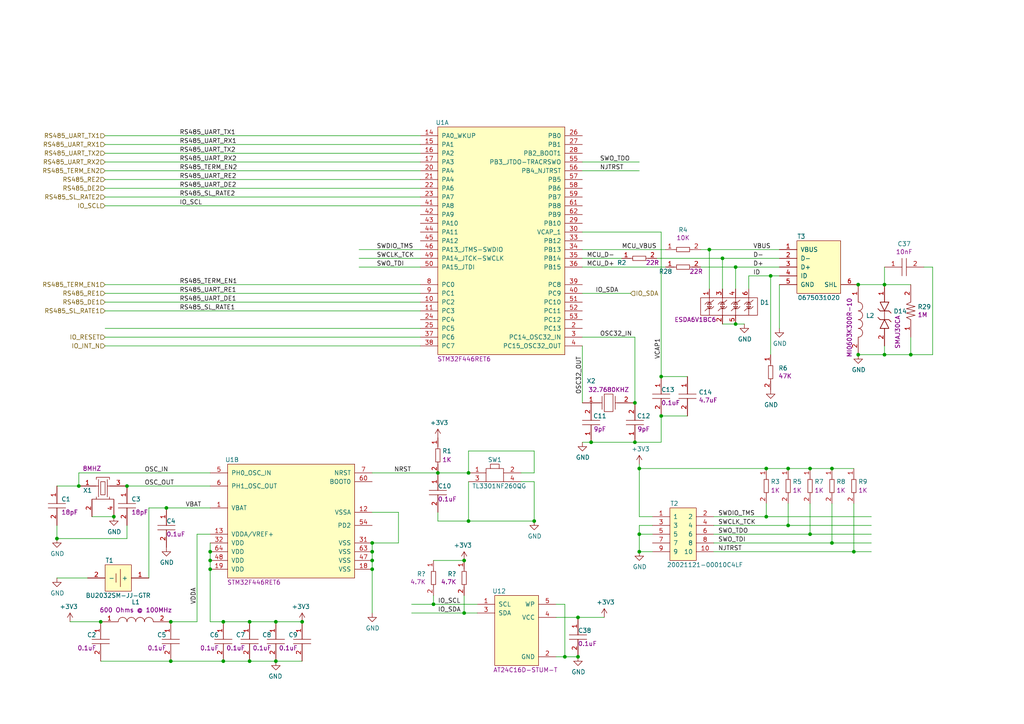
<source format=kicad_sch>
(kicad_sch (version 20231120) (generator "eeschema") (generator_version "8.0")
  (paper "A4")
  (junction (at 72.39 180.34))
  (junction (at 80.01 191.77))
  (junction (at 48.26 147.32))
  (junction (at 167.64 179.07))
  (junction (at 163.83 190.5))
  (junction (at 49.53 191.77))
  (junction (at 134.62 162.56))
  (junction (at 228.6 135.89))
  (junction (at 241.3 135.89))
  (junction (at 107.95 165.1))
  (junction (at 222.25 135.89))
  (junction (at 16.51 156.21))
  (junction (at 185.42 160.02))
  (junction (at 264.16 102.87))
  (junction (at 64.77 191.77))
  (junction (at 256.54 102.87))
  (junction (at 154.94 151.13))
  (junction (at 191.77 109.22))
  (junction (at 185.42 135.89))
  (junction (at 209.55 74.93))
  (junction (at 125.73 175.26))
  (junction (at 184.15 128.27))
  (junction (at 234.95 135.89))
  (junction (at 171.45 128.27))
  (junction (at 135.89 151.13))
  (junction (at 248.92 82.55))
  (junction (at 222.25 149.86))
  (junction (at 135.89 137.16))
  (junction (at 127 137.16))
  (junction (at 191.77 120.65))
  (junction (at 228.6 152.4))
  (junction (at 234.95 154.94))
  (junction (at 107.95 157.48))
  (junction (at 80.01 180.34))
  (junction (at 36.83 140.97))
  (junction (at 256.54 82.55))
  (junction (at 223.52 80.01))
  (junction (at 213.36 93.98))
  (junction (at 248.92 102.87))
  (junction (at 107.95 160.02))
  (junction (at 241.3 157.48))
  (junction (at 213.36 77.47))
  (junction (at 60.96 160.02))
  (junction (at 72.39 191.77))
  (junction (at 167.64 190.5))
  (junction (at 107.95 162.56))
  (junction (at 49.53 180.34))
  (junction (at 185.42 154.94))
  (junction (at 87.63 180.34))
  (junction (at 205.74 72.39))
  (junction (at 247.65 160.02))
  (junction (at 60.96 165.1))
  (junction (at 64.77 180.34))
  (junction (at 184.15 116.84))
  (junction (at 60.96 162.56))
  (junction (at 33.02 149.86))
  (junction (at 29.21 180.34))
  (junction (at 134.62 177.8))
  (junction (at 22.86 140.97))
  (wire (pts (xy 234.95 154.94) (xy 252.73 154.94)))
  (wire (pts (xy 49.53 191.77) (xy 64.77 191.77)))
  (wire (pts (xy 226.06 82.55) (xy 226.06 95.25)))
  (wire (pts (xy 228.6 146.05) (xy 228.6 152.4)))
  (wire (pts (xy 167.64 179.07) (xy 175.26 179.07)))
  (wire (pts (xy 248.92 82.55) (xy 256.54 82.55)))
  (wire (pts (xy 154.94 130.81) (xy 154.94 137.16)))
  (wire (pts (xy 199.39 120.65) (xy 191.77 120.65)))
  (wire (pts (xy 115.57 157.48) (xy 107.95 157.48)))
  (wire (pts (xy 168.91 46.99) (xy 185.42 46.99)))
  (wire (pts (xy 121.92 57.15) (xy 30.48 57.15)))
  (wire (pts (xy 168.91 67.31) (xy 191.77 67.31)))
  (wire (pts (xy 171.45 128.27) (xy 184.15 128.27)))
  (wire (pts (xy 125.73 175.26) (xy 119.38 175.26)))
  (wire (pts (xy 16.51 156.21) (xy 36.83 156.21)))
  (wire (pts (xy 60.96 137.16) (xy 22.86 137.16)))
  (wire (pts (xy 270.51 77.47) (xy 270.51 102.87)))
  (wire (pts (xy 189.23 152.4) (xy 185.42 152.4)))
  (wire (pts (xy 30.48 59.69) (xy 121.92 59.69)))
  (wire (pts (xy 185.42 135.89) (xy 185.42 134.62)))
  (wire (pts (xy 64.77 180.34) (xy 60.96 180.34)))
  (wire (pts (xy 135.89 137.16) (xy 135.89 130.81)))
  (wire (pts (xy 217.17 83.82) (xy 217.17 80.01)))
  (wire (pts (xy 64.77 191.77) (xy 72.39 191.77)))
  (wire (pts (xy 247.65 160.02) (xy 252.73 160.02)))
  (wire (pts (xy 168.91 100.33) (xy 168.91 116.84)))
  (wire (pts (xy 29.21 191.77) (xy 49.53 191.77)))
  (wire (pts (xy 161.29 179.07) (xy 167.64 179.07)))
  (wire (pts (xy 207.01 152.4) (xy 228.6 152.4)))
  (wire (pts (xy 228.6 152.4) (xy 252.73 152.4)))
  (wire (pts (xy 222.25 146.05) (xy 222.25 149.86)))
  (wire (pts (xy 29.21 180.34) (xy 20.32 180.34)))
  (wire (pts (xy 217.17 80.01) (xy 223.52 80.01)))
  (wire (pts (xy 26.67 149.86) (xy 33.02 149.86)))
  (wire (pts (xy 154.94 151.13) (xy 135.89 151.13)))
  (wire (pts (xy 80.01 180.34) (xy 72.39 180.34)))
  (wire (pts (xy 213.36 77.47) (xy 226.06 77.47)))
  (wire (pts (xy 138.43 175.26) (xy 125.73 175.26)))
  (wire (pts (xy 215.9 93.98) (xy 213.36 93.98)))
  (wire (pts (xy 43.18 147.32) (xy 43.18 167.64)))
  (wire (pts (xy 209.55 83.82) (xy 209.55 74.93)))
  (wire (pts (xy 207.01 157.48) (xy 241.3 157.48)))
  (wire (pts (xy 185.42 149.86) (xy 185.42 135.89)))
  (wire (pts (xy 168.91 77.47) (xy 193.04 77.47)))
  (wire (pts (xy 107.95 160.02) (xy 107.95 157.48)))
  (wire (pts (xy 134.62 172.72) (xy 134.62 177.8)))
  (wire (pts (xy 134.62 162.56) (xy 125.73 162.56)))
  (wire (pts (xy 127 148.59) (xy 127 151.13)))
  (wire (pts (xy 22.86 137.16) (xy 22.86 140.97)))
  (wire (pts (xy 134.62 177.8) (xy 138.43 177.8)))
  (wire (pts (xy 267.97 77.47) (xy 270.51 77.47)))
  (wire (pts (xy 107.95 162.56) (xy 107.95 160.02)))
  (wire (pts (xy 207.01 149.86) (xy 222.25 149.86)))
  (wire (pts (xy 30.48 87.63) (xy 121.92 87.63)))
  (wire (pts (xy 154.94 137.16) (xy 151.13 137.16)))
  (wire (pts (xy 222.25 149.86) (xy 252.73 149.86)))
  (wire (pts (xy 36.83 156.21) (xy 36.83 152.4)))
  (wire (pts (xy 30.48 85.09) (xy 121.92 85.09)))
  (wire (pts (xy 168.91 128.27) (xy 171.45 128.27)))
  (wire (pts (xy 60.96 160.02) (xy 60.96 162.56)))
  (wire (pts (xy 16.51 140.97) (xy 22.86 140.97)))
  (wire (pts (xy 80.01 191.77) (xy 87.63 191.77)))
  (wire (pts (xy 16.51 152.4) (xy 16.51 156.21)))
  (wire (pts (xy 16.51 167.64) (xy 25.4 167.64)))
  (wire (pts (xy 125.73 172.72) (xy 125.73 175.26)))
  (wire (pts (xy 213.36 77.47) (xy 213.36 83.82)))
  (wire (pts (xy 190.5 74.93) (xy 209.55 74.93)))
  (wire (pts (xy 264.16 102.87) (xy 256.54 102.87)))
  (wire (pts (xy 121.92 49.53) (xy 30.48 49.53)))
  (wire (pts (xy 234.95 146.05) (xy 234.95 154.94)))
  (wire (pts (xy 30.48 97.79) (xy 121.92 97.79)))
  (wire (pts (xy 226.06 72.39) (xy 205.74 72.39)))
  (wire (pts (xy 60.96 157.48) (xy 60.96 160.02)))
  (wire (pts (xy 72.39 191.77) (xy 80.01 191.77)))
  (wire (pts (xy 222.25 135.89) (xy 185.42 135.89)))
  (wire (pts (xy 36.83 140.97) (xy 60.96 140.97)))
  (wire (pts (xy 191.77 67.31) (xy 191.77 109.22)))
  (wire (pts (xy 264.16 97.79) (xy 264.16 102.87)))
  (wire (pts (xy 127 151.13) (xy 135.89 151.13)))
  (wire (pts (xy 119.38 177.8) (xy 134.62 177.8)))
  (wire (pts (xy 223.52 80.01) (xy 223.52 102.87)))
  (wire (pts (xy 121.92 46.99) (xy 30.48 46.99)))
  (wire (pts (xy 135.89 130.81) (xy 154.94 130.81)))
  (wire (pts (xy 205.74 83.82) (xy 205.74 72.39)))
  (wire (pts (xy 87.63 180.34) (xy 80.01 180.34)))
  (wire (pts (xy 121.92 74.93) (xy 104.14 74.93)))
  (wire (pts (xy 168.91 49.53) (xy 185.42 49.53)))
  (wire (pts (xy 270.51 102.87) (xy 264.16 102.87)))
  (wire (pts (xy 209.55 74.93) (xy 226.06 74.93)))
  (wire (pts (xy 256.54 102.87) (xy 248.92 102.87)))
  (wire (pts (xy 228.6 135.89) (xy 222.25 135.89)))
  (wire (pts (xy 107.95 165.1) (xy 107.95 162.56)))
  (wire (pts (xy 121.92 39.37) (xy 30.48 39.37)))
  (wire (pts (xy 30.48 54.61) (xy 121.92 54.61)))
  (wire (pts (xy 191.77 128.27) (xy 184.15 128.27)))
  (wire (pts (xy 30.48 41.91) (xy 121.92 41.91)))
  (wire (pts (xy 241.3 135.89) (xy 234.95 135.89)))
  (wire (pts (xy 115.57 148.59) (xy 115.57 157.48)))
  (wire (pts (xy 191.77 120.65) (xy 191.77 128.27)))
  (wire (pts (xy 185.42 154.94) (xy 185.42 160.02)))
  (wire (pts (xy 247.65 135.89) (xy 241.3 135.89)))
  (wire (pts (xy 30.48 44.45) (xy 121.92 44.45)))
  (wire (pts (xy 213.36 93.98) (xy 209.55 93.98)))
  (wire (pts (xy 189.23 149.86) (xy 185.42 149.86)))
  (wire (pts (xy 107.95 148.59) (xy 115.57 148.59)))
  (wire (pts (xy 121.92 95.25) (xy 30.48 95.25)))
  (wire (pts (xy 207.01 154.94) (xy 234.95 154.94)))
  (wire (pts (xy 151.13 139.7) (xy 154.94 139.7)))
  (wire (pts (xy 256.54 77.47) (xy 256.54 82.55)))
  (wire (pts (xy 163.83 175.26) (xy 163.83 190.5)))
  (wire (pts (xy 30.48 52.07) (xy 121.92 52.07)))
  (wire (pts (xy 161.29 190.5) (xy 163.83 190.5)))
  (wire (pts (xy 127 137.16) (xy 135.89 137.16)))
  (wire (pts (xy 121.92 100.33) (xy 30.48 100.33)))
  (wire (pts (xy 30.48 90.17) (xy 121.92 90.17)))
  (wire (pts (xy 121.92 72.39) (xy 104.14 72.39)))
  (wire (pts (xy 241.3 146.05) (xy 241.3 157.48)))
  (wire (pts (xy 203.2 77.47) (xy 213.36 77.47)))
  (wire (pts (xy 60.96 147.32) (xy 48.26 147.32)))
  (wire (pts (xy 135.89 151.13) (xy 135.89 139.7)))
  (wire (pts (xy 60.96 165.1) (xy 60.96 180.34)))
  (wire (pts (xy 247.65 146.05) (xy 247.65 160.02)))
  (wire (pts (xy 189.23 154.94) (xy 185.42 154.94)))
  (wire (pts (xy 161.29 175.26) (xy 163.83 175.26)))
  (wire (pts (xy 168.91 85.09) (xy 182.88 85.09)))
  (wire (pts (xy 43.18 147.32) (xy 48.26 147.32)))
  (wire (pts (xy 226.06 80.01) (xy 223.52 80.01)))
  (wire (pts (xy 184.15 97.79) (xy 184.15 116.84)))
  (wire (pts (xy 107.95 177.8) (xy 107.95 165.1)))
  (wire (pts (xy 256.54 100.33) (xy 256.54 102.87)))
  (wire (pts (xy 256.54 82.55) (xy 264.16 82.55)))
  (wire (pts (xy 193.04 72.39) (xy 168.91 72.39)))
  (wire (pts (xy 121.92 77.47) (xy 104.14 77.47)))
  (wire (pts (xy 168.91 97.79) (xy 184.15 97.79)))
  (wire (pts (xy 234.95 135.89) (xy 228.6 135.89)))
  (wire (pts (xy 205.74 72.39) (xy 203.2 72.39)))
  (wire (pts (xy 185.42 152.4) (xy 185.42 154.94)))
  (wire (pts (xy 72.39 180.34) (xy 64.77 180.34)))
  (wire (pts (xy 241.3 157.48) (xy 252.73 157.48)))
  (wire (pts (xy 154.94 139.7) (xy 154.94 151.13)))
  (wire (pts (xy 185.42 160.02) (xy 189.23 160.02)))
  (wire (pts (xy 168.91 74.93) (xy 180.34 74.93)))
  (wire (pts (xy 60.96 154.94) (xy 57.15 154.94)))
  (wire (pts (xy 121.92 82.55) (xy 30.48 82.55)))
  (wire (pts (xy 199.39 109.22) (xy 191.77 109.22)))
  (wire (pts (xy 163.83 190.5) (xy 167.64 190.5)))
  (wire (pts (xy 57.15 154.94) (xy 57.15 180.34)))
  (wire (pts (xy 207.01 160.02) (xy 247.65 160.02)))
  (wire (pts (xy 60.96 162.56) (xy 60.96 165.1)))
  (wire (pts (xy 107.95 137.16) (xy 127 137.16)))
  (wire (pts (xy 57.15 180.34) (xy 49.53 180.34)))
  (label "RS485_TERM_EN1" (at 52.07 82.55 0))
  (label "ID" (at 218.44 80.01 0))
  (label "SWO_TDI" (at 208.28 157.48 0))
  (label "NJTRST" (at 173.99 49.53 0))
  (label "SWO_TDI" (at 109.22 77.47 0))
  (label "D-" (at 218.44 74.93 0))
  (label "D+" (at 218.44 77.47 0))
  (label "SWCLK_TCK" (at 109.22 74.93 0))
  (label "IO_SCL" (at 127 175.26 0))
  (label "OSC_IN" (at 41.91 137.16 0))
  (label "VBUS" (at 218.44 72.39 0))
  (label "RS485_UART_DE1" (at 52.07 87.63 0))
  (label "RS485_UART_RE1" (at 52.07 85.09 0))
  (label "RS485_UART_RX2" (at 52.07 46.99 0))
  (label "IO_SDA" (at 172.72 85.09 0))
  (label "RS485_UART_RX1" (at 52.07 41.91 0))
  (label "RS485_TERM_EN2" (at 52.07 49.53 0))
  (label "SWO_TDO" (at 208.28 154.94 0))
  (label "RS485_UART_TX1" (at 52.07 39.37 0))
  (label "MCU_D+" (at 170.18 77.47 0))
  (label "VCAP1" (at 191.77 104.14 90))
  (label "RS485_SL_RATE1" (at 52.07 90.17 0))
  (label "NRST" (at 114.3 137.16 0))
  (label "RS485_UART_TX2" (at 52.07 44.45 0))
  (label "RS485_UART_RE2" (at 52.07 52.07 0))
  (label "SWCLK_TCK" (at 208.28 152.4 0))
  (label "SWDIO_TMS" (at 109.22 72.39 0))
  (label "NJTRST" (at 208.28 160.02 0))
  (label "OSC32_OUT" (at 168.91 114.3 90))
  (label "MCU_D-" (at 170.18 74.93 0))
  (label "VDDA" (at 57.15 175.26 90))
  (label "SWO_TDO" (at 173.99 46.99 0))
  (label "RS485_SL_RATE2" (at 52.07 57.15 0))
  (label "OSC_OUT" (at 41.91 140.97 0))
  (label "MCU_VBUS" (at 180.34 72.39 0))
  (label "IO_SCL" (at 52.07 59.69 0))
  (label "VBAT" (at 58.42 147.32 180))
  (label "RS485_UART_DE2" (at 52.07 54.61 0))
  (label "IO_SDA" (at 127 177.8 0))
  (label "OSC32_IN" (at 173.99 97.79 0))
  (label "SWDIO_TMS" (at 208.28 149.86 0))
  (hierarchical_label "IO_RESET" (shape input) (at 30.48 97.79 180))
  (hierarchical_label "RS485_RE2" (shape input) (at 30.48 52.07 180))
  (hierarchical_label "RS485_UART_RX2" (shape input) (at 30.48 46.99 180))
  (hierarchical_label "RS485_TERM_EN2" (shape input) (at 30.48 49.53 180))
  (hierarchical_label "RS485_DE1" (shape input) (at 30.48 87.63 180))
  (hierarchical_label "RS485_UART_RX1" (shape input) (at 30.48 41.91 180))
  (hierarchical_label "RS485_UART_TX1" (shape input) (at 30.48 39.37 180))
  (hierarchical_label "RS485_DE2" (shape input) (at 30.48 54.61 180))
  (hierarchical_label "IO_INT_N" (shape input) (at 30.48 100.33 180))
  (hierarchical_label "RS485_RE1" (shape input) (at 30.48 85.09 180))
  (hierarchical_label "IO_SCL" (shape input) (at 30.48 59.69 180))
  (hierarchical_label "RS485_SL_RATE2" (shape input) (at 30.48 57.15 180))
  (hierarchical_label "RS485_SL_RATE1" (shape input) (at 30.48 90.17 180))
  (hierarchical_label "RS485_UART_TX2" (shape input) (at 30.48 44.45 180))
  (hierarchical_label "IO_SDA" (shape input) (at 182.88 85.09 0))
  (hierarchical_label "RS485_TERM_EN1" (shape input) (at 30.48 82.55 180))
  (symbol (lib_id "AVR-KiCAD-Lib-ICs:STM32F446RET6") (at 127 36.83 0) (unit 1)
    (property "Reference" "U1" (at 128.27 35.56 0))
    (property "Value" "STM32F446RET6" (effects (hide yes)))
    (property "Footprint" "AVR-KiCAD-Lib-ICs:STM32F446RET6" (effects (hide yes)))
    (property "Datasheet" "https://www.st.com/content/ccc/resource/technical/document/datasheet/65/cb/75/50/53/d6/48/24/DM00141306.pdf/files/DM00141306.pdf/jcr:content/translations/en.DM00141306.pdf" (effects (hide yes)))
    (property "Description" "ARM® Cortex®-M4 STM32F4 Microcontroller IC 32-Bit 180MHz 512KB (512K x 8) FLASH 64-LQFP (10x10)" (effects (hide yes)))
    (property "Cost QTY: 1" "8.55000" (effects (hide yes)))
    (property "Cost QTY: 1000" "4.85069" (effects (hide yes)))
    (property "Cost QTY: 2500" "4.67103" (effects (hide yes)))
    (property "Cost QTY: 5000" "4.49138" (effects (hide yes)))
    (property "Cost QTY: 10000" "*" (effects (hide yes)))
    (property "MFR" "STMicroelectronics" (effects (hide yes)))
    (property "MFR#" "STM32F446RET6" (effects (hide yes)))
    (property "Vendor" "Digikey" (effects (hide yes)))
    (property "Vendor #" "497-15376-ND" (effects (hide yes)))
    (property "Designer" "AVR" (effects (hide yes)))
    (property "Height" "*" (effects (hide yes)))
    (property "Date Created" "6/15/2020" (effects (hide yes)))
    (property "Date Modified" "6/15/2020" (effects (hide yes)))
    (property "Lead-Free ?" "Yes" (effects (hide yes)))
    (property "RoHS Levels" "1" (effects (hide yes)))
    (property "Mounting" "SMT" (effects (hide yes)))
    (property "Pin Count #" "64" (effects (hide yes)))
    (property "Status" "Active" (effects (hide yes)))
    (property "Tolerance" "*" (effects (hide yes)))
    (property "Type" "MCU" (effects (hide yes)))
    (property "Voltage" "1.7V ~ 3.6V" (effects (hide yes)))
    (property "Package" "LQFP64" (effects (hide yes)))
    (property "_Value_" "STM32F446RET6" (at 134.62 104.14 0))
    (property "Management_ID" "*" (effects (hide yes)))
  )
  (symbol (lib_id "AVR-KiCAD-Lib-ICs:STM32F446RET6") (at 66.04 134.62 0) (unit 2)
    (property "Reference" "U1" (at 67.31 133.35 0))
    (property "Value" "STM32F446RET6" (effects (hide yes)))
    (property "Footprint" "AVR-KiCAD-Lib-ICs:STM32F446RET6" (effects (hide yes)))
    (property "Datasheet" "https://www.st.com/content/ccc/resource/technical/document/datasheet/65/cb/75/50/53/d6/48/24/DM00141306.pdf/files/DM00141306.pdf/jcr:content/translations/en.DM00141306.pdf" (effects (hide yes)))
    (property "Description" "ARM® Cortex®-M4 STM32F4 Microcontroller IC 32-Bit 180MHz 512KB (512K x 8) FLASH 64-LQFP (10x10)" (effects (hide yes)))
    (property "Cost QTY: 1" "8.55000" (effects (hide yes)))
    (property "Cost QTY: 1000" "4.85069" (effects (hide yes)))
    (property "Cost QTY: 2500" "4.67103" (effects (hide yes)))
    (property "Cost QTY: 5000" "4.49138" (effects (hide yes)))
    (property "Cost QTY: 10000" "*" (effects (hide yes)))
    (property "MFR" "STMicroelectronics" (effects (hide yes)))
    (property "MFR#" "STM32F446RET6" (effects (hide yes)))
    (property "Vendor" "Digikey" (effects (hide yes)))
    (property "Vendor #" "497-15376-ND" (effects (hide yes)))
    (property "Designer" "AVR" (effects (hide yes)))
    (property "Height" "*" (effects (hide yes)))
    (property "Date Created" "6/15/2020" (effects (hide yes)))
    (property "Date Modified" "6/15/2020" (effects (hide yes)))
    (property "Lead-Free ?" "Yes" (effects (hide yes)))
    (property "RoHS Levels" "1" (effects (hide yes)))
    (property "Mounting" "SMT" (effects (hide yes)))
    (property "Pin Count #" "64" (effects (hide yes)))
    (property "Status" "Active" (effects (hide yes)))
    (property "Tolerance" "*" (effects (hide yes)))
    (property "Type" "MCU" (effects (hide yes)))
    (property "Voltage" "1.7V ~ 3.6V" (effects (hide yes)))
    (property "Package" "LQFP64" (effects (hide yes)))
    (property "_Value_" "STM32F446RET6" (at 73.66 168.91 0))
    (property "Management_ID" "*" (effects (hide yes)))
  )
  (symbol (lib_id "AVR-KiCAD-Lib-Battery-Holders:BU2032SM-JJ-GTR") (at 34.29 167.64 0) (unit 1)
    (property "Reference" "T1" (at 31.75 162.56 0))
    (property "Value" "BU2032SM-JJ-GTR" (at 34.29 172.72 0))
    (property "Footprint" "AVR-KiCAD-Lib-Battery-Holders:BU2032SM-JJ-GTR" (effects (hide yes)))
    (property "Datasheet" "http://www.memoryprotectiondevices.com/datasheets/BU2032SM-JJ-GTR-datasheet.pdf" (effects (hide yes)))
    (property "Description" "Battery Holder (Open) Coin, 20.0mm 1 Cell SMD (SMT) Tab" (effects (hide yes)))
    (property "Cost QTY: 1" "0.96000" (effects (hide yes)))
    (property "Cost QTY: 1000" "*" (effects (hide yes)))
    (property "Cost QTY: 2500" "*" (effects (hide yes)))
    (property "Cost QTY: 5000" "*" (effects (hide yes)))
    (property "Cost QTY: 10000" "*" (effects (hide yes)))
    (property "MFR" "MPD (Memory Protection Devices)" (effects (hide yes)))
    (property "MFR#" "BU2032SM-JJ-GTR" (effects (hide yes)))
    (property "Vendor" "Digikey" (effects (hide yes)))
    (property "Vendor #" "BU2032SM-JJ-GCT-ND" (effects (hide yes)))
    (property "Designer" "AVR" (effects (hide yes)))
    (property "Height" "5.3mm" (effects (hide yes)))
    (property "Date Created" "12/7/2019" (effects (hide yes)))
    (property "Date Modified" "12/7/2019" (effects (hide yes)))
    (property "Lead-Free ?" "Yes" (effects (hide yes)))
    (property "RoHS Levels" "1" (effects (hide yes)))
    (property "Mounting" "SMT" (effects (hide yes)))
    (property "Pin Count #" "2" (effects (hide yes)))
    (property "Status" "Active" (effects (hide yes)))
    (property "Tolerance" "*" (effects (hide yes)))
    (property "Type" "Battery Clip" (effects (hide yes)))
    (property "Voltage" "3.3V" (effects (hide yes)))
    (property "Package" "Proprietary" (effects (hide yes)))
    (property "_Value_" "Battery Clip" (effects (hide yes)))
    (property "Management_ID" "*" (effects (hide yes)))
  )
  (symbol (lib_id "AVR-KiCAD-Lib-Oscillators-Clocks:ABM3B-8.000MHZ-B2-T") (at 27.94 138.43 0) (unit 1)
    (property "Reference" "X1" (at 25.4 142.24 0))
    (property "Value" "ABM3B-8.000MHZ-B2-T" (effects (hide yes)))
    (property "Footprint" "AVR-KiCAD-Lib-Oscillators:ABM3B8.000MHZB2T" (effects (hide yes)))
    (property "Datasheet" "https://abracon.com/Resonators/abm3b.pdf" (effects (hide yes)))
    (property "Description" "8MHz ±20ppm Crystal 18pF 200 Ohms 4-SMD, No Lead" (effects (hide yes)))
    (property "Cost QTY: 1" "1.09000" (effects (hide yes)))
    (property "Cost QTY: 1000" "0.57000" (effects (hide yes)))
    (property "Cost QTY: 2500" "*" (effects (hide yes)))
    (property "Cost QTY: 5000" "*" (effects (hide yes)))
    (property "Cost QTY: 10000" "*" (effects (hide yes)))
    (property "MFR" "Abracon LLC" (effects (hide yes)))
    (property "MFR#" "ABM3B-8.000MHZ-B2-T" (effects (hide yes)))
    (property "Vendor" "Digikey" (effects (hide yes)))
    (property "Vendor #" "535-9720-2-ND" (effects (hide yes)))
    (property "Designer" "AVR" (effects (hide yes)))
    (property "Height" "1.10mm" (effects (hide yes)))
    (property "Date Created" "6/16/2020" (effects (hide yes)))
    (property "Date Modified" "6/16/2020" (effects (hide yes)))
    (property "Lead-Free ?" "Yes" (effects (hide yes)))
    (property "RoHS Levels" "1" (effects (hide yes)))
    (property "Mounting" "SMT" (effects (hide yes)))
    (property "Pin Count #" "4" (effects (hide yes)))
    (property "Status" "Active" (effects (hide yes)))
    (property "Tolerance" "*" (effects (hide yes)))
    (property "Type" "Crystal Oscillator" (effects (hide yes)))
    (property "Voltage" "*" (effects (hide yes)))
    (property "Package" "4-SMD" (effects (hide yes)))
    (property "_Value_" "8MHZ" (at 26.67 135.89 0))
    (property "Management_ID" "*" (effects (hide yes)))
  )
  (symbol (lib_id "AVR-KiCAD-Lib-Oscillators-Clocks:ABS07-32.768KHZ-9-T") (at 176.53 116.84 0) (unit 1)
    (property "Reference" "X2" (at 171.45 110.49 0))
    (property "Value" "ABS07-32.768KHZ-9-T" (effects (hide yes)))
    (property "Footprint" "AVR-KiCAD-Lib-Oscillators:ABS07-32.768KHZ-9-T" (effects (hide yes)))
    (property "Datasheet" "https://abracon.com/Resonators/ABS07.pdf" (effects (hide yes)))
    (property "Description" "32.768kHz ±20ppm Crystal 9pF 70 kOhms 2-SMD, No Lead" (effects (hide yes)))
    (property "Cost QTY: 1" "1.09000" (effects (hide yes)))
    (property "Cost QTY: 1000" "0.62700" (effects (hide yes)))
    (property "Cost QTY: 2500" "*" (effects (hide yes)))
    (property "Cost QTY: 5000" "*" (effects (hide yes)))
    (property "Cost QTY: 10000" "*" (effects (hide yes)))
    (property "MFR" "Abracon LLC" (effects (hide yes)))
    (property "MFR#" "ABS07-32.768KHZ-9-T" (effects (hide yes)))
    (property "Vendor" "Digikey" (effects (hide yes)))
    (property "Vendor #" "535-9544-1-ND" (effects (hide yes)))
    (property "Designer" "AVR" (effects (hide yes)))
    (property "Height" "0.9mm" (effects (hide yes)))
    (property "Date Created" "6/16/2020" (effects (hide yes)))
    (property "Date Modified" "6/16/2020" (effects (hide yes)))
    (property "Lead-Free ?" "Yes" (effects (hide yes)))
    (property "RoHS Levels" "1" (effects (hide yes)))
    (property "Mounting" "SMT" (effects (hide yes)))
    (property "Pin Count #" "2" (effects (hide yes)))
    (property "Status" "Active" (effects (hide yes)))
    (property "Tolerance" "*" (effects (hide yes)))
    (property "Type" "Crystal Oscillator" (effects (hide yes)))
    (property "Voltage" "*" (effects (hide yes)))
    (property "Package" "Proprietary SMT" (effects (hide yes)))
    (property "_Value_" "32.7680KHZ" (at 176.53 113.03 0))
    (property "Management_ID" "*" (effects (hide yes)))
  )
  (symbol (lib_id "AVR-KiCAD-Lib-Connectors:20021121-00010C4LF") (at 194.31 147.32 0) (unit 1)
    (property "Reference" "T2" (at 195.58 146.05 0))
    (property "Value" "20021121-00010C4LF" (at 204.47 163.83 0))
    (property "Footprint" "AVR-KiCAD-Lib-Connectors:20021121-00010C4LF" (effects (hide yes)))
    (property "Datasheet" "https://cdn.amphenol-icc.com/media/wysiwyg/files/drawing/20021121.pdf" (effects (hide yes)))
    (property "Description" "CONN HEADER SMD 10POS 1.27MM" (effects (hide yes)))
    (property "Cost QTY: 1" "0.87000" (effects (hide yes)))
    (property "Cost QTY: 1000" "*" (effects (hide yes)))
    (property "Cost QTY: 2500" "*" (effects (hide yes)))
    (property "Cost QTY: 5000" "*" (effects (hide yes)))
    (property "Cost QTY: 10000" "*" (effects (hide yes)))
    (property "MFR" "Amphenol ICC (FCI)" (effects (hide yes)))
    (property "MFR#" "20021121-00010C4LF" (effects (hide yes)))
    (property "Vendor" "Digikey" (effects (hide yes)))
    (property "Vendor #" "609-3695-1-ND" (effects (hide yes)))
    (property "Designer" "AVR" (effects (hide yes)))
    (property "Height" "5.5mm" (effects (hide yes)))
    (property "Date Created" "6/16/2020" (effects (hide yes)))
    (property "Date Modified" "6/16/2020" (effects (hide yes)))
    (property "Lead-Free ?" "Yes" (effects (hide yes)))
    (property "RoHS Levels" "1" (effects (hide yes)))
    (property "Mounting" "SMT" (effects (hide yes)))
    (property "Pin Count #" "10" (effects (hide yes)))
    (property "Status" "Active" (effects (hide yes)))
    (property "Tolerance" "*" (effects (hide yes)))
    (property "Type" "SMT Pin Header" (effects (hide yes)))
    (property "Voltage" "*" (effects (hide yes)))
    (property "Package" "*" (effects (hide yes)))
    (property "_Value_" "20021121-00010C4LF" (effects (hide yes)))
    (property "Management_ID" "*" (effects (hide yes)))
  )
  (symbol (lib_id "AVR-KiCAD-Lib-Resistors:RC0402FR-071KL") (at 222.25 140.97 270) (unit 1)
    (property "Reference" "R3" (at 223.52 139.7 90) (effects (justify left)))
    (property "Value" "RC0402FR-071KL" (effects (hide yes)))
    (property "Footprint" "AVR-KiCAD-Lib-Resistors:R0402" (effects (hide yes)))
    (property "Datasheet" "https://www.yageo.com/upload/media/product/productsearch/datasheet/rchip/PYu-RC_Group_51_RoHS_L_10.pdf" (effects (hide yes)))
    (property "Description" " kOhms ±1% 0.063W, 1/16W Chip Resistor 0402 (1005 Metric) Moisture Resistant Thick Film" (effects (hide yes)))
    (property "Cost QTY: 1" "0.10000" (effects (hide yes)))
    (property "Cost QTY: 1000" "0.00289" (effects (hide yes)))
    (property "Cost QTY: 2500" "0.00251" (effects (hide yes)))
    (property "Cost QTY: 5000" "0.00207" (effects (hide yes)))
    (property "Cost QTY: 10000" "0.00163" (effects (hide yes)))
    (property "MFR" "Yageo" (effects (hide yes)))
    (property "MFR#" "RC0402FR-071KL" (effects (hide yes)))
    (property "Vendor" "Digikey" (effects (hide yes)))
    (property "Vendor #" "311-1.00KLRTR-ND" (effects (hide yes)))
    (property "Designer" "AVR" (effects (hide yes)))
    (property "Height" "0.4mm" (effects (hide yes)))
    (property "Date Created" "12/11/2019" (effects (hide yes)))
    (property "Date Modified" "12/11/2019" (effects (hide yes)))
    (property "Lead-Free ?" "Yes" (effects (hide yes)))
    (property "RoHS Levels" "1" (effects (hide yes)))
    (property "Mounting" "SMT" (effects (hide yes)))
    (property "Pin Count #" "2" (effects (hide yes)))
    (property "Status" "Active" (effects (hide yes)))
    (property "Tolerance" "1%" (effects (hide yes)))
    (property "Type" "Thick Film Resistor" (effects (hide yes)))
    (property "Voltage" "*" (effects (hide yes)))
    (property "Package" "0402" (effects (hide yes)))
    (property "_Value_" "1K" (at 223.52 142.24 90) (effects (justify left)))
    (property "Management_ID" "*" (effects (hide yes)))
  )
  (symbol (lib_id "agricoltura-vine-k-rescue:GND-power") (at 185.42 160.02 0) (unit 1)
    (property "Reference" "#PWR013" (effects (hide yes)))
    (property "Value" "GND" (at 185.547 164.4142 0))
  )
  (symbol (lib_id "agricoltura-vine-k-rescue:+3V3-power") (at 185.42 134.62 0) (unit 1)
    (property "Reference" "#PWR012" (effects (hide yes)))
    (property "Value" "+3V3" (at 185.801 130.2258 0))
  )
  (symbol (lib_id "AVR-KiCAD-Lib-Resistors:RC0402FR-071KL") (at 228.6 140.97 270) (unit 1)
    (property "Reference" "R5" (at 229.87 139.7 90) (effects (justify left)))
    (property "Value" "RC0402FR-071KL" (effects (hide yes)))
    (property "Footprint" "AVR-KiCAD-Lib-Resistors:R0402" (effects (hide yes)))
    (property "Datasheet" "https://www.yageo.com/upload/media/product/productsearch/datasheet/rchip/PYu-RC_Group_51_RoHS_L_10.pdf" (effects (hide yes)))
    (property "Description" " kOhms ±1% 0.063W, 1/16W Chip Resistor 0402 (1005 Metric) Moisture Resistant Thick Film" (effects (hide yes)))
    (property "Cost QTY: 1" "0.10000" (effects (hide yes)))
    (property "Cost QTY: 1000" "0.00289" (effects (hide yes)))
    (property "Cost QTY: 2500" "0.00251" (effects (hide yes)))
    (property "Cost QTY: 5000" "0.00207" (effects (hide yes)))
    (property "Cost QTY: 10000" "0.00163" (effects (hide yes)))
    (property "MFR" "Yageo" (effects (hide yes)))
    (property "MFR#" "RC0402FR-071KL" (effects (hide yes)))
    (property "Vendor" "Digikey" (effects (hide yes)))
    (property "Vendor #" "311-1.00KLRTR-ND" (effects (hide yes)))
    (property "Designer" "AVR" (effects (hide yes)))
    (property "Height" "0.4mm" (effects (hide yes)))
    (property "Date Created" "12/11/2019" (effects (hide yes)))
    (property "Date Modified" "12/11/2019" (effects (hide yes)))
    (property "Lead-Free ?" "Yes" (effects (hide yes)))
    (property "RoHS Levels" "1" (effects (hide yes)))
    (property "Mounting" "SMT" (effects (hide yes)))
    (property "Pin Count #" "2" (effects (hide yes)))
    (property "Status" "Active" (effects (hide yes)))
    (property "Tolerance" "1%" (effects (hide yes)))
    (property "Type" "Thick Film Resistor" (effects (hide yes)))
    (property "Voltage" "*" (effects (hide yes)))
    (property "Package" "0402" (effects (hide yes)))
    (property "_Value_" "1K" (at 229.87 142.24 90) (effects (justify left)))
    (property "Management_ID" "*" (effects (hide yes)))
  )
  (symbol (lib_id "AVR-KiCAD-Lib-Resistors:RC0402FR-071KL") (at 234.95 140.97 270) (unit 1)
    (property "Reference" "R7" (at 236.22 139.7 90) (effects (justify left)))
    (property "Value" "RC0402FR-071KL" (effects (hide yes)))
    (property "Footprint" "AVR-KiCAD-Lib-Resistors:R0402" (effects (hide yes)))
    (property "Datasheet" "https://www.yageo.com/upload/media/product/productsearch/datasheet/rchip/PYu-RC_Group_51_RoHS_L_10.pdf" (effects (hide yes)))
    (property "Description" " kOhms ±1% 0.063W, 1/16W Chip Resistor 0402 (1005 Metric) Moisture Resistant Thick Film" (effects (hide yes)))
    (property "Cost QTY: 1" "0.10000" (effects (hide yes)))
    (property "Cost QTY: 1000" "0.00289" (effects (hide yes)))
    (property "Cost QTY: 2500" "0.00251" (effects (hide yes)))
    (property "Cost QTY: 5000" "0.00207" (effects (hide yes)))
    (property "Cost QTY: 10000" "0.00163" (effects (hide yes)))
    (property "MFR" "Yageo" (effects (hide yes)))
    (property "MFR#" "RC0402FR-071KL" (effects (hide yes)))
    (property "Vendor" "Digikey" (effects (hide yes)))
    (property "Vendor #" "311-1.00KLRTR-ND" (effects (hide yes)))
    (property "Designer" "AVR" (effects (hide yes)))
    (property "Height" "0.4mm" (effects (hide yes)))
    (property "Date Created" "12/11/2019" (effects (hide yes)))
    (property "Date Modified" "12/11/2019" (effects (hide yes)))
    (property "Lead-Free ?" "Yes" (effects (hide yes)))
    (property "RoHS Levels" "1" (effects (hide yes)))
    (property "Mounting" "SMT" (effects (hide yes)))
    (property "Pin Count #" "2" (effects (hide yes)))
    (property "Status" "Active" (effects (hide yes)))
    (property "Tolerance" "1%" (effects (hide yes)))
    (property "Type" "Thick Film Resistor" (effects (hide yes)))
    (property "Voltage" "*" (effects (hide yes)))
    (property "Package" "0402" (effects (hide yes)))
    (property "_Value_" "1K" (at 236.22 142.24 90) (effects (justify left)))
    (property "Management_ID" "*" (effects (hide yes)))
  )
  (symbol (lib_id "AVR-KiCAD-Lib-Resistors:RC0402FR-071KL") (at 241.3 140.97 270) (unit 1)
    (property "Reference" "R8" (at 242.57 139.7 90) (effects (justify left)))
    (property "Value" "RC0402FR-071KL" (effects (hide yes)))
    (property "Footprint" "AVR-KiCAD-Lib-Resistors:R0402" (effects (hide yes)))
    (property "Datasheet" "https://www.yageo.com/upload/media/product/productsearch/datasheet/rchip/PYu-RC_Group_51_RoHS_L_10.pdf" (effects (hide yes)))
    (property "Description" " kOhms ±1% 0.063W, 1/16W Chip Resistor 0402 (1005 Metric) Moisture Resistant Thick Film" (effects (hide yes)))
    (property "Cost QTY: 1" "0.10000" (effects (hide yes)))
    (property "Cost QTY: 1000" "0.00289" (effects (hide yes)))
    (property "Cost QTY: 2500" "0.00251" (effects (hide yes)))
    (property "Cost QTY: 5000" "0.00207" (effects (hide yes)))
    (property "Cost QTY: 10000" "0.00163" (effects (hide yes)))
    (property "MFR" "Yageo" (effects (hide yes)))
    (property "MFR#" "RC0402FR-071KL" (effects (hide yes)))
    (property "Vendor" "Digikey" (effects (hide yes)))
    (property "Vendor #" "311-1.00KLRTR-ND" (effects (hide yes)))
    (property "Designer" "AVR" (effects (hide yes)))
    (property "Height" "0.4mm" (effects (hide yes)))
    (property "Date Created" "12/11/2019" (effects (hide yes)))
    (property "Date Modified" "12/11/2019" (effects (hide yes)))
    (property "Lead-Free ?" "Yes" (effects (hide yes)))
    (property "RoHS Levels" "1" (effects (hide yes)))
    (property "Mounting" "SMT" (effects (hide yes)))
    (property "Pin Count #" "2" (effects (hide yes)))
    (property "Status" "Active" (effects (hide yes)))
    (property "Tolerance" "1%" (effects (hide yes)))
    (property "Type" "Thick Film Resistor" (effects (hide yes)))
    (property "Voltage" "*" (effects (hide yes)))
    (property "Package" "0402" (effects (hide yes)))
    (property "_Value_" "1K" (at 242.57 142.24 90) (effects (justify left)))
    (property "Management_ID" "*" (effects (hide yes)))
  )
  (symbol (lib_id "AVR-KiCAD-Lib-Resistors:RC0402FR-071KL") (at 247.65 140.97 270) (unit 1)
    (property "Reference" "R9" (at 248.92 139.7 90) (effects (justify left)))
    (property "Value" "RC0402FR-071KL" (effects (hide yes)))
    (property "Footprint" "AVR-KiCAD-Lib-Resistors:R0402" (effects (hide yes)))
    (property "Datasheet" "https://www.yageo.com/upload/media/product/productsearch/datasheet/rchip/PYu-RC_Group_51_RoHS_L_10.pdf" (effects (hide yes)))
    (property "Description" " kOhms ±1% 0.063W, 1/16W Chip Resistor 0402 (1005 Metric) Moisture Resistant Thick Film" (effects (hide yes)))
    (property "Cost QTY: 1" "0.10000" (effects (hide yes)))
    (property "Cost QTY: 1000" "0.00289" (effects (hide yes)))
    (property "Cost QTY: 2500" "0.00251" (effects (hide yes)))
    (property "Cost QTY: 5000" "0.00207" (effects (hide yes)))
    (property "Cost QTY: 10000" "0.00163" (effects (hide yes)))
    (property "MFR" "Yageo" (effects (hide yes)))
    (property "MFR#" "RC0402FR-071KL" (effects (hide yes)))
    (property "Vendor" "Digikey" (effects (hide yes)))
    (property "Vendor #" "311-1.00KLRTR-ND" (effects (hide yes)))
    (property "Designer" "AVR" (effects (hide yes)))
    (property "Height" "0.4mm" (effects (hide yes)))
    (property "Date Created" "12/11/2019" (effects (hide yes)))
    (property "Date Modified" "12/11/2019" (effects (hide yes)))
    (property "Lead-Free ?" "Yes" (effects (hide yes)))
    (property "RoHS Levels" "1" (effects (hide yes)))
    (property "Mounting" "SMT" (effects (hide yes)))
    (property "Pin Count #" "2" (effects (hide yes)))
    (property "Status" "Active" (effects (hide yes)))
    (property "Tolerance" "1%" (effects (hide yes)))
    (property "Type" "Thick Film Resistor" (effects (hide yes)))
    (property "Voltage" "*" (effects (hide yes)))
    (property "Package" "0402" (effects (hide yes)))
    (property "_Value_" "1K" (at 248.92 142.24 90) (effects (justify left)))
    (property "Management_ID" "*" (effects (hide yes)))
  )
  (symbol (lib_id "agricoltura-vine-k-rescue:GND-power") (at 107.95 177.8 0) (unit 1)
    (property "Reference" "#PWR08" (effects (hide yes)))
    (property "Value" "GND" (at 108.077 182.1942 0))
  )
  (symbol (lib_id "agricoltura-vine-k-rescue:GND-power") (at 16.51 167.64 0) (unit 1)
    (property "Reference" "#PWR02" (effects (hide yes)))
    (property "Value" "GND" (at 16.637 172.0342 0))
  )
  (symbol (lib_id "agricoltura-vine-k-rescue:GND-power") (at 33.02 149.86 0) (unit 1)
    (property "Reference" "#PWR04" (effects (hide yes)))
    (property "Value" "GND" (at 33.147 154.2542 0))
  )
  (symbol (lib_id "agricoltura-vine-k-rescue:+3V3-power") (at 87.63 180.34 0) (mirror y) (unit 1)
    (property "Reference" "#PWR07" (effects (hide yes)))
    (property "Value" "+3V3" (at 87.249 175.9458 0))
  )
  (symbol (lib_id "AVR-KiCAD-Lib-Capacitors:C0402C104K9PACTU") (at 29.21 185.42 90) (mirror x) (unit 1)
    (property "Reference" "C2" (at 27.94 184.15 90) (effects (justify left)))
    (property "Value" "C0402C104K9PACTU" (effects (hide yes)))
    (property "Footprint" "AVR-KiCAD-Lib-Resistors:R0402" (effects (hide yes)))
    (property "Datasheet" "https://content.kemet.com/datasheets/KEM_C1006_X5R_SMD.pdf" (effects (hide yes)))
    (property "Description" "0.1µF ±10% 6.3V Ceramic Capacitor X5R 0402 (1005 Metric)" (effects (hide yes)))
    (property "Cost QTY: 1" "0.10000" (effects (hide yes)))
    (property "Cost QTY: 1000" "0.01139" (effects (hide yes)))
    (property "Cost QTY: 2500" "0.01035" (effects (hide yes)))
    (property "Cost QTY: 5000" "0.00952" (effects (hide yes)))
    (property "Cost QTY: 10000" "0.00756" (effects (hide yes)))
    (property "MFR" "KEMET" (effects (hide yes)))
    (property "MFR#" "C0402C104K9PACTU" (effects (hide yes)))
    (property "Vendor" "Digikey" (effects (hide yes)))
    (property "Vendor #" "399-3026-6-ND" (effects (hide yes)))
    (property "Designer" "AVR" (effects (hide yes)))
    (property "Height" "0.55mm" (effects (hide yes)))
    (property "Date Created" "12/7/2019" (effects (hide yes)))
    (property "Date Modified" "12/7/2019" (effects (hide yes)))
    (property "Lead-Free ?" "Yes" (effects (hide yes)))
    (property "RoHS Levels" "1" (effects (hide yes)))
    (property "Mounting" "SMT" (effects (hide yes)))
    (property "Pin Count #" "2" (effects (hide yes)))
    (property "Status" "Active" (effects (hide yes)))
    (property "Tolerance" "10%" (effects (hide yes)))
    (property "Type" "Ceramic Cap" (effects (hide yes)))
    (property "Voltage" "6.3V" (effects (hide yes)))
    (property "Package" "0402" (effects (hide yes)))
    (property "_Value_" "0.1uF" (at 27.94 187.96 90) (effects (justify left)))
    (property "Management_ID" "*" (effects (hide yes)))
  )
  (symbol (lib_id "AVR-KiCAD-Lib-Capacitors:C0402C104K9PACTU") (at 87.63 185.42 90) (mirror x) (unit 1)
    (property "Reference" "C9" (at 86.36 184.15 90) (effects (justify left)))
    (property "Value" "C0402C104K9PACTU" (effects (hide yes)))
    (property "Footprint" "AVR-KiCAD-Lib-Resistors:R0402" (effects (hide yes)))
    (property "Datasheet" "https://content.kemet.com/datasheets/KEM_C1006_X5R_SMD.pdf" (effects (hide yes)))
    (property "Description" "0.1µF ±10% 6.3V Ceramic Capacitor X5R 0402 (1005 Metric)" (effects (hide yes)))
    (property "Cost QTY: 1" "0.10000" (effects (hide yes)))
    (property "Cost QTY: 1000" "0.01139" (effects (hide yes)))
    (property "Cost QTY: 2500" "0.01035" (effects (hide yes)))
    (property "Cost QTY: 5000" "0.00952" (effects (hide yes)))
    (property "Cost QTY: 10000" "0.00756" (effects (hide yes)))
    (property "MFR" "KEMET" (effects (hide yes)))
    (property "MFR#" "C0402C104K9PACTU" (effects (hide yes)))
    (property "Vendor" "Digikey" (effects (hide yes)))
    (property "Vendor #" "399-3026-6-ND" (effects (hide yes)))
    (property "Designer" "AVR" (effects (hide yes)))
    (property "Height" "0.55mm" (effects (hide yes)))
    (property "Date Created" "12/7/2019" (effects (hide yes)))
    (property "Date Modified" "12/7/2019" (effects (hide yes)))
    (property "Lead-Free ?" "Yes" (effects (hide yes)))
    (property "RoHS Levels" "1" (effects (hide yes)))
    (property "Mounting" "SMT" (effects (hide yes)))
    (property "Pin Count #" "2" (effects (hide yes)))
    (property "Status" "Active" (effects (hide yes)))
    (property "Tolerance" "10%" (effects (hide yes)))
    (property "Type" "Ceramic Cap" (effects (hide yes)))
    (property "Voltage" "6.3V" (effects (hide yes)))
    (property "Package" "0402" (effects (hide yes)))
    (property "_Value_" "0.1uF" (at 86.36 187.96 90) (effects (justify left)))
    (property "Management_ID" "*" (effects (hide yes)))
  )
  (symbol (lib_id "AVR-KiCAD-Lib-Capacitors:C0402C104K9PACTU") (at 80.01 185.42 90) (mirror x) (unit 1)
    (property "Reference" "C8" (at 78.74 184.15 90) (effects (justify left)))
    (property "Value" "C0402C104K9PACTU" (effects (hide yes)))
    (property "Footprint" "AVR-KiCAD-Lib-Resistors:R0402" (effects (hide yes)))
    (property "Datasheet" "https://content.kemet.com/datasheets/KEM_C1006_X5R_SMD.pdf" (effects (hide yes)))
    (property "Description" "0.1µF ±10% 6.3V Ceramic Capacitor X5R 0402 (1005 Metric)" (effects (hide yes)))
    (property "Cost QTY: 1" "0.10000" (effects (hide yes)))
    (property "Cost QTY: 1000" "0.01139" (effects (hide yes)))
    (property "Cost QTY: 2500" "0.01035" (effects (hide yes)))
    (property "Cost QTY: 5000" "0.00952" (effects (hide yes)))
    (property "Cost QTY: 10000" "0.00756" (effects (hide yes)))
    (property "MFR" "KEMET" (effects (hide yes)))
    (property "MFR#" "C0402C104K9PACTU" (effects (hide yes)))
    (property "Vendor" "Digikey" (effects (hide yes)))
    (property "Vendor #" "399-3026-6-ND" (effects (hide yes)))
    (property "Designer" "AVR" (effects (hide yes)))
    (property "Height" "0.55mm" (effects (hide yes)))
    (property "Date Created" "12/7/2019" (effects (hide yes)))
    (property "Date Modified" "12/7/2019" (effects (hide yes)))
    (property "Lead-Free ?" "Yes" (effects (hide yes)))
    (property "RoHS Levels" "1" (effects (hide yes)))
    (property "Mounting" "SMT" (effects (hide yes)))
    (property "Pin Count #" "2" (effects (hide yes)))
    (property "Status" "Active" (effects (hide yes)))
    (property "Tolerance" "10%" (effects (hide yes)))
    (property "Type" "Ceramic Cap" (effects (hide yes)))
    (property "Voltage" "6.3V" (effects (hide yes)))
    (property "Package" "0402" (effects (hide yes)))
    (property "_Value_" "0.1uF" (at 78.74 187.96 90) (effects (justify left)))
    (property "Management_ID" "*" (effects (hide yes)))
  )
  (symbol (lib_id "AVR-KiCAD-Lib-Capacitors:C0402C104K9PACTU") (at 72.39 185.42 90) (mirror x) (unit 1)
    (property "Reference" "C7" (at 71.12 184.15 90) (effects (justify left)))
    (property "Value" "C0402C104K9PACTU" (effects (hide yes)))
    (property "Footprint" "AVR-KiCAD-Lib-Resistors:R0402" (effects (hide yes)))
    (property "Datasheet" "https://content.kemet.com/datasheets/KEM_C1006_X5R_SMD.pdf" (effects (hide yes)))
    (property "Description" "0.1µF ±10% 6.3V Ceramic Capacitor X5R 0402 (1005 Metric)" (effects (hide yes)))
    (property "Cost QTY: 1" "0.10000" (effects (hide yes)))
    (property "Cost QTY: 1000" "0.01139" (effects (hide yes)))
    (property "Cost QTY: 2500" "0.01035" (effects (hide yes)))
    (property "Cost QTY: 5000" "0.00952" (effects (hide yes)))
    (property "Cost QTY: 10000" "0.00756" (effects (hide yes)))
    (property "MFR" "KEMET" (effects (hide yes)))
    (property "MFR#" "C0402C104K9PACTU" (effects (hide yes)))
    (property "Vendor" "Digikey" (effects (hide yes)))
    (property "Vendor #" "399-3026-6-ND" (effects (hide yes)))
    (property "Designer" "AVR" (effects (hide yes)))
    (property "Height" "0.55mm" (effects (hide yes)))
    (property "Date Created" "12/7/2019" (effects (hide yes)))
    (property "Date Modified" "12/7/2019" (effects (hide yes)))
    (property "Lead-Free ?" "Yes" (effects (hide yes)))
    (property "RoHS Levels" "1" (effects (hide yes)))
    (property "Mounting" "SMT" (effects (hide yes)))
    (property "Pin Count #" "2" (effects (hide yes)))
    (property "Status" "Active" (effects (hide yes)))
    (property "Tolerance" "10%" (effects (hide yes)))
    (property "Type" "Ceramic Cap" (effects (hide yes)))
    (property "Voltage" "6.3V" (effects (hide yes)))
    (property "Package" "0402" (effects (hide yes)))
    (property "_Value_" "0.1uF" (at 71.12 187.96 90) (effects (justify left)))
    (property "Management_ID" "*" (effects (hide yes)))
  )
  (symbol (lib_id "AVR-KiCAD-Lib-Capacitors:C0402C104K9PACTU") (at 64.77 185.42 90) (mirror x) (unit 1)
    (property "Reference" "C6" (at 63.5 184.15 90) (effects (justify left)))
    (property "Value" "C0402C104K9PACTU" (effects (hide yes)))
    (property "Footprint" "AVR-KiCAD-Lib-Resistors:R0402" (effects (hide yes)))
    (property "Datasheet" "https://content.kemet.com/datasheets/KEM_C1006_X5R_SMD.pdf" (effects (hide yes)))
    (property "Description" "0.1µF ±10% 6.3V Ceramic Capacitor X5R 0402 (1005 Metric)" (effects (hide yes)))
    (property "Cost QTY: 1" "0.10000" (effects (hide yes)))
    (property "Cost QTY: 1000" "0.01139" (effects (hide yes)))
    (property "Cost QTY: 2500" "0.01035" (effects (hide yes)))
    (property "Cost QTY: 5000" "0.00952" (effects (hide yes)))
    (property "Cost QTY: 10000" "0.00756" (effects (hide yes)))
    (property "MFR" "KEMET" (effects (hide yes)))
    (property "MFR#" "C0402C104K9PACTU" (effects (hide yes)))
    (property "Vendor" "Digikey" (effects (hide yes)))
    (property "Vendor #" "399-3026-6-ND" (effects (hide yes)))
    (property "Designer" "AVR" (effects (hide yes)))
    (property "Height" "0.55mm" (effects (hide yes)))
    (property "Date Created" "12/7/2019" (effects (hide yes)))
    (property "Date Modified" "12/7/2019" (effects (hide yes)))
    (property "Lead-Free ?" "Yes" (effects (hide yes)))
    (property "RoHS Levels" "1" (effects (hide yes)))
    (property "Mounting" "SMT" (effects (hide yes)))
    (property "Pin Count #" "2" (effects (hide yes)))
    (property "Status" "Active" (effects (hide yes)))
    (property "Tolerance" "10%" (effects (hide yes)))
    (property "Type" "Ceramic Cap" (effects (hide yes)))
    (property "Voltage" "6.3V" (effects (hide yes)))
    (property "Package" "0402" (effects (hide yes)))
    (property "_Value_" "0.1uF" (at 63.5 187.96 90) (effects (justify left)))
    (property "Management_ID" "*" (effects (hide yes)))
  )
  (symbol (lib_id "agricoltura-vine-k-rescue:GND-power") (at 80.01 191.77 0) (mirror y) (unit 1)
    (property "Reference" "#PWR06" (effects (hide yes)))
    (property "Value" "GND" (at 79.883 196.1642 0))
  )
  (symbol (lib_id "AVR-KiCAD-Lib-Capacitors:C0402C104K9PACTU") (at 48.26 152.4 270) (unit 1)
    (property "Reference" "C4" (at 48.26 151.13 90) (effects (justify left)))
    (property "Value" "C0402C104K9PACTU" (effects (hide yes)))
    (property "Footprint" "AVR-KiCAD-Lib-Resistors:R0402" (effects (hide yes)))
    (property "Datasheet" "https://content.kemet.com/datasheets/KEM_C1006_X5R_SMD.pdf" (effects (hide yes)))
    (property "Description" "0.1µF ±10% 6.3V Ceramic Capacitor X5R 0402 (1005 Metric)" (effects (hide yes)))
    (property "Cost QTY: 1" "0.10000" (effects (hide yes)))
    (property "Cost QTY: 1000" "0.01139" (effects (hide yes)))
    (property "Cost QTY: 2500" "0.01035" (effects (hide yes)))
    (property "Cost QTY: 5000" "0.00952" (effects (hide yes)))
    (property "Cost QTY: 10000" "0.00756" (effects (hide yes)))
    (property "MFR" "KEMET" (effects (hide yes)))
    (property "MFR#" "C0402C104K9PACTU" (effects (hide yes)))
    (property "Vendor" "Digikey" (effects (hide yes)))
    (property "Vendor #" "399-3026-6-ND" (effects (hide yes)))
    (property "Designer" "AVR" (effects (hide yes)))
    (property "Height" "0.55mm" (effects (hide yes)))
    (property "Date Created" "12/7/2019" (effects (hide yes)))
    (property "Date Modified" "12/7/2019" (effects (hide yes)))
    (property "Lead-Free ?" "Yes" (effects (hide yes)))
    (property "RoHS Levels" "1" (effects (hide yes)))
    (property "Mounting" "SMT" (effects (hide yes)))
    (property "Pin Count #" "2" (effects (hide yes)))
    (property "Status" "Active" (effects (hide yes)))
    (property "Tolerance" "10%" (effects (hide yes)))
    (property "Type" "Ceramic Cap" (effects (hide yes)))
    (property "Voltage" "6.3V" (effects (hide yes)))
    (property "Package" "0402" (effects (hide yes)))
    (property "_Value_" "0.1uF" (at 48.26 154.94 90) (effects (justify left)))
    (property "Management_ID" "*" (effects (hide yes)))
  )
  (symbol (lib_id "agricoltura-vine-k-rescue:GND-power") (at 48.26 158.75 0) (unit 1)
    (property "Reference" "#PWR05" (effects (hide yes)))
    (property "Value" "GND" (at 48.387 163.1442 0))
  )
  (symbol (lib_id "AVR-KiCAD-Lib-Capacitors:CL05C090CB5NNNC") (at 171.45 123.19 90) (unit 1)
    (property "Reference" "C11" (at 173.99 120.65 90))
    (property "Value" "CL05C090CB5NNNC" (effects (hide yes)))
    (property "Footprint" "growbox-KiCAD-Capacitors:C0402" (effects (hide yes)))
    (property "Datasheet" "http://www.samsungsem.com/kr/support/product-search/mlcc/CL05C090CB5NNNC.jsp" (effects (hide yes)))
    (property "Description" "9pF ±0.25pF 50V Ceramic Capacitor C0G, NP0 0402 (1005 Metric)" (effects (hide yes)))
    (property "Cost QTY: 1" "0.10000" (effects (hide yes)))
    (property "Cost QTY: 1000" "0.01352" (effects (hide yes)))
    (property "Cost QTY: 2500" "0.01229" (effects (hide yes)))
    (property "Cost QTY: 5000" "0.01131" (effects (hide yes)))
    (property "Cost QTY: 10000" "0.00899" (effects (hide yes)))
    (property "MFR" "Samsung Electro-Mechanics" (effects (hide yes)))
    (property "MFR#" "CL05C090CB5NNNC" (effects (hide yes)))
    (property "Vendor" "Digikey" (effects (hide yes)))
    (property "Vendor #" "1276-1616-2-ND" (effects (hide yes)))
    (property "Designer" "AVR" (effects (hide yes)))
    (property "Height" "0.55mm" (effects (hide yes)))
    (property "Date Created" "6/16/2020" (effects (hide yes)))
    (property "Date Modified" "6/16/2020" (effects (hide yes)))
    (property "Lead-Free ?" "Yers" (effects (hide yes)))
    (property "RoHS Levels" "1" (effects (hide yes)))
    (property "Mounting" "SMT" (effects (hide yes)))
    (property "Pin Count #" "2" (effects (hide yes)))
    (property "Status" "Active" (effects (hide yes)))
    (property "Tolerance" " ±0.25pF" (effects (hide yes)))
    (property "Type" "Ceramic Cap" (effects (hide yes)))
    (property "Voltage" "50V" (effects (hide yes)))
    (property "Package" "0402" (effects (hide yes)))
    (property "_Value_" "9pF" (at 173.99 124.46 90))
    (property "Management_ID" "*" (effects (hide yes)))
  )
  (symbol (lib_id "AVR-KiCAD-Lib-Capacitors:GCM1555C1H180GA16D") (at 16.51 146.05 270) (unit 1)
    (property "Reference" "C1" (at 17.78 144.78 90) (effects (justify left)))
    (property "Value" "GCM1555C1H180GA16D" (effects (hide yes)))
    (property "Footprint" "growbox-KiCAD-Capacitors:C0402" (effects (hide yes)))
    (property "Datasheet" "https://search.murata.co.jp/Ceramy/image/img/A01X/G101/ENG/GCM1555C1H180GA16-01.pdf" (effects (hide yes)))
    (property "Description" "18pF ±2% 50V Ceramic Capacitor C0G, NP0 0402 (1005 Metric)" (effects (hide yes)))
    (property "Cost QTY: 1" "0.11000" (effects (hide yes)))
    (property "Cost QTY: 1000" "0.02079" (effects (hide yes)))
    (property "Cost QTY: 2500" "0.01934" (effects (hide yes)))
    (property "Cost QTY: 5000" "0.01770" (effects (hide yes)))
    (property "Cost QTY: 10000" "0.01432" (effects (hide yes)))
    (property "MFR" "Murata Electronics" (effects (hide yes)))
    (property "MFR#" "GCM1555C1H180GA16D" (effects (hide yes)))
    (property "Vendor" "Digikey" (effects (hide yes)))
    (property "Vendor #" "490-16456-2-ND" (effects (hide yes)))
    (property "Designer" "AVR" (effects (hide yes)))
    (property "Height" "0.55mm" (effects (hide yes)))
    (property "Date Created" "6/16/2020" (effects (hide yes)))
    (property "Date Modified" "6/16/2020" (effects (hide yes)))
    (property "Lead-Free ?" "Yes" (effects (hide yes)))
    (property "RoHS Levels" "1" (effects (hide yes)))
    (property "Mounting" "SMT" (effects (hide yes)))
    (property "Pin Count #" "2" (effects (hide yes)))
    (property "Status" "Active" (effects (hide yes)))
    (property "Tolerance" "2%" (effects (hide yes)))
    (property "Type" "Ceramic CAP" (effects (hide yes)))
    (property "Voltage" "50V" (effects (hide yes)))
    (property "Package" "0402" (effects (hide yes)))
    (property "_Value_" "18pF" (at 17.78 148.59 90) (effects (justify left)))
    (property "Management_ID" "*" (effects (hide yes)))
  )
  (symbol (lib_id "AVR-KiCAD-Lib-Capacitors:GCM1555C1H180GA16D") (at 36.83 146.05 270) (unit 1)
    (property "Reference" "C3" (at 38.1 144.78 90) (effects (justify left)))
    (property "Value" "GCM1555C1H180GA16D" (effects (hide yes)))
    (property "Footprint" "growbox-KiCAD-Capacitors:C0402" (effects (hide yes)))
    (property "Datasheet" "https://search.murata.co.jp/Ceramy/image/img/A01X/G101/ENG/GCM1555C1H180GA16-01.pdf" (effects (hide yes)))
    (property "Description" "18pF ±2% 50V Ceramic Capacitor C0G, NP0 0402 (1005 Metric)" (effects (hide yes)))
    (property "Cost QTY: 1" "0.11000" (effects (hide yes)))
    (property "Cost QTY: 1000" "0.02079" (effects (hide yes)))
    (property "Cost QTY: 2500" "0.01934" (effects (hide yes)))
    (property "Cost QTY: 5000" "0.01770" (effects (hide yes)))
    (property "Cost QTY: 10000" "0.01432" (effects (hide yes)))
    (property "MFR" "Murata Electronics" (effects (hide yes)))
    (property "MFR#" "GCM1555C1H180GA16D" (effects (hide yes)))
    (property "Vendor" "Digikey" (effects (hide yes)))
    (property "Vendor #" "490-16456-2-ND" (effects (hide yes)))
    (property "Designer" "AVR" (effects (hide yes)))
    (property "Height" "0.55mm" (effects (hide yes)))
    (property "Date Created" "6/16/2020" (effects (hide yes)))
    (property "Date Modified" "6/16/2020" (effects (hide yes)))
    (property "Lead-Free ?" "Yes" (effects (hide yes)))
    (property "RoHS Levels" "1" (effects (hide yes)))
    (property "Mounting" "SMT" (effects (hide yes)))
    (property "Pin Count #" "2" (effects (hide yes)))
    (property "Status" "Active" (effects (hide yes)))
    (property "Tolerance" "2%" (effects (hide yes)))
    (property "Type" "Ceramic CAP" (effects (hide yes)))
    (property "Voltage" "50V" (effects (hide yes)))
    (property "Package" "0402" (effects (hide yes)))
    (property "_Value_" "18pF" (at 38.1 148.59 90) (effects (justify left)))
    (property "Management_ID" "*" (effects (hide yes)))
  )
  (symbol (lib_id "agricoltura-vine-k-rescue:GND-power") (at 16.51 156.21 0) (unit 1)
    (property "Reference" "#PWR01" (effects (hide yes)))
    (property "Value" "GND" (at 16.637 160.6042 0))
  )
  (symbol (lib_id "AVR-KiCAD-Lib-Capacitors:CL05C090CB5NNNC") (at 184.15 123.19 90) (unit 1)
    (property "Reference" "C12" (at 186.69 120.65 90))
    (property "Value" "CL05C090CB5NNNC" (effects (hide yes)))
    (property "Footprint" "growbox-KiCAD-Capacitors:C0402" (effects (hide yes)))
    (property "Datasheet" "http://www.samsungsem.com/kr/support/product-search/mlcc/CL05C090CB5NNNC.jsp" (effects (hide yes)))
    (property "Description" "9pF ±0.25pF 50V Ceramic Capacitor C0G, NP0 0402 (1005 Metric)" (effects (hide yes)))
    (property "Cost QTY: 1" "0.10000" (effects (hide yes)))
    (property "Cost QTY: 1000" "0.01352" (effects (hide yes)))
    (property "Cost QTY: 2500" "0.01229" (effects (hide yes)))
    (property "Cost QTY: 5000" "0.01131" (effects (hide yes)))
    (property "Cost QTY: 10000" "0.00899" (effects (hide yes)))
    (property "MFR" "Samsung Electro-Mechanics" (effects (hide yes)))
    (property "MFR#" "CL05C090CB5NNNC" (effects (hide yes)))
    (property "Vendor" "Digikey" (effects (hide yes)))
    (property "Vendor #" "1276-1616-2-ND" (effects (hide yes)))
    (property "Designer" "AVR" (effects (hide yes)))
    (property "Height" "0.55mm" (effects (hide yes)))
    (property "Date Created" "6/16/2020" (effects (hide yes)))
    (property "Date Modified" "6/16/2020" (effects (hide yes)))
    (property "Lead-Free ?" "Yers" (effects (hide yes)))
    (property "RoHS Levels" "1" (effects (hide yes)))
    (property "Mounting" "SMT" (effects (hide yes)))
    (property "Pin Count #" "2" (effects (hide yes)))
    (property "Status" "Active" (effects (hide yes)))
    (property "Tolerance" " ±0.25pF" (effects (hide yes)))
    (property "Type" "Ceramic Cap" (effects (hide yes)))
    (property "Voltage" "50V" (effects (hide yes)))
    (property "Package" "0402" (effects (hide yes)))
    (property "_Value_" "9pF" (at 186.69 124.46 90))
    (property "Management_ID" "*" (effects (hide yes)))
  )
  (symbol (lib_id "agricoltura-vine-k-rescue:GND-power") (at 168.91 128.27 0) (unit 1)
    (property "Reference" "#PWR011" (effects (hide yes)))
    (property "Value" "GND" (at 169.037 132.6642 0))
  )
  (symbol (lib_id "AVR-KiCAD-Lib-Capacitors:C0402C104K9PACTU") (at 127 142.24 270) (unit 1)
    (property "Reference" "C10" (at 127 140.97 90) (effects (justify left)))
    (property "Value" "C0402C104K9PACTU" (effects (hide yes)))
    (property "Footprint" "AVR-KiCAD-Lib-Resistors:R0402" (effects (hide yes)))
    (property "Datasheet" "https://content.kemet.com/datasheets/KEM_C1006_X5R_SMD.pdf" (effects (hide yes)))
    (property "Description" "0.1µF ±10% 6.3V Ceramic Capacitor X5R 0402 (1005 Metric)" (effects (hide yes)))
    (property "Cost QTY: 1" "0.10000" (effects (hide yes)))
    (property "Cost QTY: 1000" "0.01139" (effects (hide yes)))
    (property "Cost QTY: 2500" "0.01035" (effects (hide yes)))
    (property "Cost QTY: 5000" "0.00952" (effects (hide yes)))
    (property "Cost QTY: 10000" "0.00756" (effects (hide yes)))
    (property "MFR" "KEMET" (effects (hide yes)))
    (property "MFR#" "C0402C104K9PACTU" (effects (hide yes)))
    (property "Vendor" "Digikey" (effects (hide yes)))
    (property "Vendor #" "399-3026-6-ND" (effects (hide yes)))
    (property "Designer" "AVR" (effects (hide yes)))
    (property "Height" "0.55mm" (effects (hide yes)))
    (property "Date Created" "12/7/2019" (effects (hide yes)))
    (property "Date Modified" "12/7/2019" (effects (hide yes)))
    (property "Lead-Free ?" "Yes" (effects (hide yes)))
    (property "RoHS Levels" "1" (effects (hide yes)))
    (property "Mounting" "SMT" (effects (hide yes)))
    (property "Pin Count #" "2" (effects (hide yes)))
    (property "Status" "Active" (effects (hide yes)))
    (property "Tolerance" "10%" (effects (hide yes)))
    (property "Type" "Ceramic Cap" (effects (hide yes)))
    (property "Voltage" "6.3V" (effects (hide yes)))
    (property "Package" "0402" (effects (hide yes)))
    (property "_Value_" "0.1uF" (at 127 144.78 90) (effects (justify left)))
    (property "Management_ID" "*" (effects (hide yes)))
  )
  (symbol (lib_id "AVR-KiCAD-Lib-Resistors:RC0402FR-071KL") (at 127 132.08 270) (unit 1)
    (property "Reference" "R1" (at 128.27 130.81 90) (effects (justify left)))
    (property "Value" "RC0402FR-071KL" (effects (hide yes)))
    (property "Footprint" "AVR-KiCAD-Lib-Resistors:R0402" (effects (hide yes)))
    (property "Datasheet" "https://www.yageo.com/upload/media/product/productsearch/datasheet/rchip/PYu-RC_Group_51_RoHS_L_10.pdf" (effects (hide yes)))
    (property "Description" " kOhms ±1% 0.063W, 1/16W Chip Resistor 0402 (1005 Metric) Moisture Resistant Thick Film" (effects (hide yes)))
    (property "Cost QTY: 1" "0.10000" (effects (hide yes)))
    (property "Cost QTY: 1000" "0.00289" (effects (hide yes)))
    (property "Cost QTY: 2500" "0.00251" (effects (hide yes)))
    (property "Cost QTY: 5000" "0.00207" (effects (hide yes)))
    (property "Cost QTY: 10000" "0.00163" (effects (hide yes)))
    (property "MFR" "Yageo" (effects (hide yes)))
    (property "MFR#" "RC0402FR-071KL" (effects (hide yes)))
    (property "Vendor" "Digikey" (effects (hide yes)))
    (property "Vendor #" "311-1.00KLRTR-ND" (effects (hide yes)))
    (property "Designer" "AVR" (effects (hide yes)))
    (property "Height" "0.4mm" (effects (hide yes)))
    (property "Date Created" "12/11/2019" (effects (hide yes)))
    (property "Date Modified" "12/11/2019" (effects (hide yes)))
    (property "Lead-Free ?" "Yes" (effects (hide yes)))
    (property "RoHS Levels" "1" (effects (hide yes)))
    (property "Mounting" "SMT" (effects (hide yes)))
    (property "Pin Count #" "2" (effects (hide yes)))
    (property "Status" "Active" (effects (hide yes)))
    (property "Tolerance" "1%" (effects (hide yes)))
    (property "Type" "Thick Film Resistor" (effects (hide yes)))
    (property "Voltage" "*" (effects (hide yes)))
    (property "Package" "0402" (effects (hide yes)))
    (property "_Value_" "1K" (at 128.27 133.35 90) (effects (justify left)))
    (property "Management_ID" "*" (effects (hide yes)))
  )
  (symbol (lib_id "agricoltura-vine-k-rescue:GND-power") (at 154.94 151.13 0) (unit 1)
    (property "Reference" "#PWR010" (effects (hide yes)))
    (property "Value" "GND" (at 155.067 155.5242 0))
  )
  (symbol (lib_id "AVR-KiCAD-Lib-Capacitors:C0402C104K9PACTU") (at 191.77 114.3 270) (unit 1)
    (property "Reference" "C13" (at 191.77 113.03 90) (effects (justify left)))
    (property "Value" "C0402C104K9PACTU" (effects (hide yes)))
    (property "Footprint" "AVR-KiCAD-Lib-Resistors:R0402" (effects (hide yes)))
    (property "Datasheet" "https://content.kemet.com/datasheets/KEM_C1006_X5R_SMD.pdf" (effects (hide yes)))
    (property "Description" "0.1µF ±10% 6.3V Ceramic Capacitor X5R 0402 (1005 Metric)" (effects (hide yes)))
    (property "Cost QTY: 1" "0.10000" (effects (hide yes)))
    (property "Cost QTY: 1000" "0.01139" (effects (hide yes)))
    (property "Cost QTY: 2500" "0.01035" (effects (hide yes)))
    (property "Cost QTY: 5000" "0.00952" (effects (hide yes)))
    (property "Cost QTY: 10000" "0.00756" (effects (hide yes)))
    (property "MFR" "KEMET" (effects (hide yes)))
    (property "MFR#" "C0402C104K9PACTU" (effects (hide yes)))
    (property "Vendor" "Digikey" (effects (hide yes)))
    (property "Vendor #" "399-3026-6-ND" (effects (hide yes)))
    (property "Designer" "AVR" (effects (hide yes)))
    (property "Height" "0.55mm" (effects (hide yes)))
    (property "Date Created" "12/7/2019" (effects (hide yes)))
    (property "Date Modified" "12/7/2019" (effects (hide yes)))
    (property "Lead-Free ?" "Yes" (effects (hide yes)))
    (property "RoHS Levels" "1" (effects (hide yes)))
    (property "Mounting" "SMT" (effects (hide yes)))
    (property "Pin Count #" "2" (effects (hide yes)))
    (property "Status" "Active" (effects (hide yes)))
    (property "Tolerance" "10%" (effects (hide yes)))
    (property "Type" "Ceramic Cap" (effects (hide yes)))
    (property "Voltage" "6.3V" (effects (hide yes)))
    (property "Package" "0402" (effects (hide yes)))
    (property "_Value_" "0.1uF" (at 191.77 116.84 90) (effects (justify left)))
    (property "Management_ID" "*" (effects (hide yes)))
  )
  (symbol (lib_id "AVR-KiCAD-Lib-Capacitors:GRM155R60J475ME47D") (at 199.39 114.3 270) (unit 1)
    (property "Reference" "C14" (at 202.6412 113.7666 90) (effects (justify left)))
    (property "Value" "GRM155R60J475ME47D" (effects (hide yes)))
    (property "Footprint" "growbox-KiCAD-Capacitors:C0402" (effects (hide yes)))
    (property "Datasheet" "https://www.murata.com/~/media/webrenewal/support/library/catalog/products/capacitor/mlcc/c02e.ashx?la=en-us" (effects (hide yes)))
    (property "Description" "4.7µF ±20% 6.3V Ceramic Capacitor X5R 0402 (1005 Metric)" (effects (hide yes)))
    (property "Cost QTY: 1" "0.16000" (effects (hide yes)))
    (property "Cost QTY: 1000" "0.03164" (effects (hide yes)))
    (property "Cost QTY: 2500" "0.02944" (effects (hide yes)))
    (property "Cost QTY: 5000" "0.02694" (effects (hide yes)))
    (property "Cost QTY: 10000" "0.01980" (effects (hide yes)))
    (property "MFR" "Murata Electronics" (effects (hide yes)))
    (property "MFR#" "GRM155R60J475ME47D" (effects (hide yes)))
    (property "Vendor" "Digikey" (effects (hide yes)))
    (property "Vendor #" "490-5915-2-ND" (effects (hide yes)))
    (property "Designer" "AVR" (effects (hide yes)))
    (property "Height" "0.6mm" (effects (hide yes)))
    (property "Date Created" "6/16/2020" (effects (hide yes)))
    (property "Date Modified" "6/16/2020" (effects (hide yes)))
    (property "Lead-Free ?" "Yes" (effects (hide yes)))
    (property "RoHS Levels" "1" (effects (hide yes)))
    (property "Mounting" "SMT" (effects (hide yes)))
    (property "Pin Count #" "2" (effects (hide yes)))
    (property "Status" "Active" (effects (hide yes)))
    (property "Tolerance" "20%" (effects (hide yes)))
    (property "Type" "Ceramic Cap" (effects (hide yes)))
    (property "Voltage" "6.3V" (effects (hide yes)))
    (property "Package" "0402" (effects (hide yes)))
    (property "_Value_" "4.7uF" (at 202.6412 116.078 90) (effects (justify left)))
    (property "Management_ID" "*" (effects (hide yes)))
  )
  (symbol (lib_id "AVR-KiCAD-Lib-Connectors:0675031020") (at 231.14 69.85 0) (unit 1)
    (property "Reference" "T3" (at 232.41 68.58 0))
    (property "Value" "0675031020" (at 237.49 86.36 0))
    (property "Footprint" "AVR-KiCAD-Lib-Connectors:USB_Mini-B" (effects (hide yes)))
    (property "Datasheet" "https://www.molex.com/pdm_docs/sd/675031020_sd.pdf" (effects (hide yes)))
    (property "Description" "USB - mini B USB 2.0 OTG Receptacle Connector 5 Position Surface Mount, Right Angle" (effects (hide yes)))
    (property "Cost QTY: 1" "1.08000" (effects (hide yes)))
    (property "Cost QTY: 1000" "0.54032" (effects (hide yes)))
    (property "Cost QTY: 2500" "0.48966" (effects (hide yes)))
    (property "Cost QTY: 5000" "0.47278" (effects (hide yes)))
    (property "Cost QTY: 10000" "*" (effects (hide yes)))
    (property "MFR" "Molex" (effects (hide yes)))
    (property "MFR#" "0675031020" (effects (hide yes)))
    (property "Vendor" "Digikey" (effects (hide yes)))
    (property "Vendor #" "WM5461TR-ND" (effects (hide yes)))
    (property "Designer" "AVR" (effects (hide yes)))
    (property "Height" "3.95mm" (effects (hide yes)))
    (property "Date Created" "6/16/2020" (effects (hide yes)))
    (property "Date Modified" "6/16/2020" (effects (hide yes)))
    (property "Lead-Free ?" "Yes" (effects (hide yes)))
    (property "RoHS Levels" "1" (effects (hide yes)))
    (property "Mounting" "SMT" (effects (hide yes)))
    (property "Pin Count #" "6" (effects (hide yes)))
    (property "Status" "Active" (effects (hide yes)))
    (property "Tolerance" "*" (effects (hide yes)))
    (property "Type" "USB MINI B" (effects (hide yes)))
    (property "Voltage" "5V" (effects (hide yes)))
    (property "Package" "*" (effects (hide yes)))
    (property "_Value_" "USB Mini B - 0675031020" (effects (hide yes)))
    (property "Management_ID" "*" (effects (hide yes)))
  )
  (symbol (lib_id "AVR-KiCAD-Lib-Mech-Switches:TL3301NF260QG") (at 143.51 137.16 0) (unit 1)
    (property "Reference" "SW1" (at 143.51 133.35 0))
    (property "Value" "TL3301NF260QG" (at 144.78 140.97 0))
    (property "Footprint" "AVR-KiCAD-Lib-Mech-Switches:TL3301NF260QG" (effects (hide yes)))
    (property "Datasheet" "http://spec_sheets.e-switch.com/specs/P010517.pdf" (effects (hide yes)))
    (property "Description" "Tactile Switch SPST-NO Top Actuated Surface Mount" (effects (hide yes)))
    (property "Cost QTY: 1" "0.38000" (effects (hide yes)))
    (property "Cost QTY: 1000" "*" (effects (hide yes)))
    (property "Cost QTY: 2500" "*" (effects (hide yes)))
    (property "Cost QTY: 5000" "*" (effects (hide yes)))
    (property "Cost QTY: 10000" "*" (effects (hide yes)))
    (property "MFR" "E-Switch" (effects (hide yes)))
    (property "MFR#" "TL3301NF260QG" (effects (hide yes)))
    (property "Vendor" "Digikey" (effects (hide yes)))
    (property "Vendor #" "EG1868TR-ND" (effects (hide yes)))
    (property "Designer" "AVR" (effects (hide yes)))
    (property "Height" "4.4mm" (effects (hide yes)))
    (property "Date Created" "2/28/2020" (effects (hide yes)))
    (property "Date Modified" "2/28/2020" (effects (hide yes)))
    (property "Lead-Free ?" "Yes" (effects (hide yes)))
    (property "RoHS Levels" "1" (effects (hide yes)))
    (property "Mounting" "SMT" (effects (hide yes)))
    (property "Pin Count #" "4" (effects (hide yes)))
    (property "Status" "Active" (effects (hide yes)))
    (property "Tolerance" "*" (effects (hide yes)))
    (property "Type" "Mechanical Momentary Switch " (effects (hide yes)))
    (property "Voltage" "12VDC" (effects (hide yes)))
    (property "Package" "Proprietary" (effects (hide yes)))
    (property "_Value_" "TL3301NF260QG" (effects (hide yes)))
    (property "Management_ID" "*" (effects (hide yes)))
  )
  (symbol (lib_id "agricoltura-vine-k-rescue:GND-power") (at 226.06 95.25 0) (unit 1)
    (property "Reference" "#PWR017" (effects (hide yes)))
    (property "Value" "GND" (at 226.187 99.6442 0))
  )
  (symbol (lib_id "AVR-KiCAD-Lib-Diodes:ESDA6V1BC6") (at 203.2 86.36 0) (unit 1)
    (property "Reference" "D1" (at 220.4212 87.7316 0) (effects (justify left)))
    (property "Value" "ESDA6V1BC6" (effects (hide yes)))
    (property "Footprint" "AVR-KiCAD-Lib-ICs:SOT-23-6_Handsoldering" (effects (hide yes)))
    (property "Datasheet" "https://www.st.com/content/ccc/resource/technical/document/datasheet/21/07/21/e3/a8/df/42/a2/CD00001906.pdf/files/CD00001906.pdf/jcr:content/translations/en.CD00001906.pdf" (effects (hide yes)))
    (property "Description" "TVS DIODE 5V SOT23-6" (effects (hide yes)))
    (property "Cost QTY: 1" "0.37000" (effects (hide yes)))
    (property "Cost QTY: 1000" "0.10846" (effects (hide yes)))
    (property "Cost QTY: 2500" "*" (effects (hide yes)))
    (property "Cost QTY: 5000" "*" (effects (hide yes)))
    (property "Cost QTY: 10000" "*" (effects (hide yes)))
    (property "MFR" "STMicroelectronics" (effects (hide yes)))
    (property "MFR#" "ESDA6V1BC6" (effects (hide yes)))
    (property "Vendor" "Digikey" (effects (hide yes)))
    (property "Vendor #" "497-6635-1-ND" (effects (hide yes)))
    (property "Designer" "AVR" (effects (hide yes)))
    (property "Height" "1.45mm" (effects (hide yes)))
    (property "Date Created" "6/15/2020" (effects (hide yes)))
    (property "Date Modified" "6/15/2020" (effects (hide yes)))
    (property "Lead-Free ?" "Yes" (effects (hide yes)))
    (property "RoHS Levels" "1" (effects (hide yes)))
    (property "Mounting" "SMT" (effects (hide yes)))
    (property "Pin Count #" "6" (effects (hide yes)))
    (property "Status" "Active" (effects (hide yes)))
    (property "Tolerance" "*" (effects (hide yes)))
    (property "Type" "TVS" (effects (hide yes)))
    (property "Voltage" "5V/6.1VBreakdown" (effects (hide yes)))
    (property "Package" "SOT-23-6" (effects (hide yes)))
    (property "_Value_" "ESDA6V1BC6" (at 195.58 92.71 0) (effects (justify left)))
    (property "Management_ID" "*" (effects (hide yes)))
  )
  (symbol (lib_id "agricoltura-vine-k-rescue:+3V3-power") (at 127 127 0) (unit 1)
    (property "Reference" "#PWR09" (effects (hide yes)))
    (property "Value" "+3V3" (at 127.381 122.6058 0))
  )
  (symbol (lib_id "agricoltura-vine-k-rescue:GND-power") (at 215.9 93.98 0) (unit 1)
    (property "Reference" "#PWR014" (effects (hide yes)))
    (property "Value" "GND" (at 216.027 98.3742 0))
  )
  (symbol (lib_id "AVR-KiCAD-Lib-Capacitors:C0402C104K9PACTU") (at 49.53 185.42 90) (mirror x) (unit 1)
    (property "Reference" "C5" (at 48.26 184.15 90) (effects (justify left)))
    (property "Value" "C0402C104K9PACTU" (effects (hide yes)))
    (property "Footprint" "AVR-KiCAD-Lib-Resistors:R0402" (effects (hide yes)))
    (property "Datasheet" "https://content.kemet.com/datasheets/KEM_C1006_X5R_SMD.pdf" (effects (hide yes)))
    (property "Description" "0.1µF ±10% 6.3V Ceramic Capacitor X5R 0402 (1005 Metric)" (effects (hide yes)))
    (property "Cost QTY: 1" "0.10000" (effects (hide yes)))
    (property "Cost QTY: 1000" "0.01139" (effects (hide yes)))
    (property "Cost QTY: 2500" "0.01035" (effects (hide yes)))
    (property "Cost QTY: 5000" "0.00952" (effects (hide yes)))
    (property "Cost QTY: 10000" "0.00756" (effects (hide yes)))
    (property "MFR" "KEMET" (effects (hide yes)))
    (property "MFR#" "C0402C104K9PACTU" (effects (hide yes)))
    (property "Vendor" "Digikey" (effects (hide yes)))
    (property "Vendor #" "399-3026-6-ND" (effects (hide yes)))
    (property "Designer" "AVR" (effects (hide yes)))
    (property "Height" "0.55mm" (effects (hide yes)))
    (property "Date Created" "12/7/2019" (effects (hide yes)))
    (property "Date Modified" "12/7/2019" (effects (hide yes)))
    (property "Lead-Free ?" "Yes" (effects (hide yes)))
    (property "RoHS Levels" "1" (effects (hide yes)))
    (property "Mounting" "SMT" (effects (hide yes)))
    (property "Pin Count #" "2" (effects (hide yes)))
    (property "Status" "Active" (effects (hide yes)))
    (property "Tolerance" "10%" (effects (hide yes)))
    (property "Type" "Ceramic Cap" (effects (hide yes)))
    (property "Voltage" "6.3V" (effects (hide yes)))
    (property "Package" "0402" (effects (hide yes)))
    (property "_Value_" "0.1uF" (at 48.26 187.96 90) (effects (justify left)))
    (property "Management_ID" "*" (effects (hide yes)))
  )
  (symbol (lib_id "AVR-KiCAD-Lib-Inductors:BLM15HG601SN1D") (at 39.37 180.34 0) (unit 1)
    (property "Reference" "L1" (at 39.37 174.625 0))
    (property "Value" "BLM15HG601SN1D" (effects (hide yes)))
    (property "Footprint" "AVR-KiCAD-Lib-Inductors:BLM15HG601SN1D" (effects (hide yes)))
    (property "Datasheet" "https://www.murata.com/en-global/products/productdata/8796740223006/ENFA0024.pdf" (effects (hide yes)))
    (property "Description" "600 Ohms @ 100MHz 1 Signal Line Ferrite Bead 0402 (1005 Metric) 300mA 700mOhm" (effects (hide yes)))
    (property "Cost QTY: 1" "0.19000" (effects (hide yes)))
    (property "Cost QTY: 1000" "0.06013" (effects (hide yes)))
    (property "Cost QTY: 2500" "*" (effects (hide yes)))
    (property "Cost QTY: 5000" "0.05598" (effects (hide yes)))
    (property "Cost QTY: 10000" "0.05090" (effects (hide yes)))
    (property "MFR" "Murata Electronics" (effects (hide yes)))
    (property "MFR#" "BLM15HG601SN1D" (effects (hide yes)))
    (property "Vendor" "Digikey" (effects (hide yes)))
    (property "Vendor #" "490-3998-2-ND" (effects (hide yes)))
    (property "Designer" "AVR" (effects (hide yes)))
    (property "Height" "0.5mm" (effects (hide yes)))
    (property "Date Created" "6/15/2020" (effects (hide yes)))
    (property "Date Modified" "6/15/2020" (effects (hide yes)))
    (property "Lead-Free ?" "Yes" (effects (hide yes)))
    (property "RoHS Levels" "1" (effects (hide yes)))
    (property "Mounting" "SMT" (effects (hide yes)))
    (property "Pin Count #" "2" (effects (hide yes)))
    (property "Status" "Active" (effects (hide yes)))
    (property "Tolerance" "*" (effects (hide yes)))
    (property "Type" "Ferrite Bead" (effects (hide yes)))
    (property "Voltage" "*" (effects (hide yes)))
    (property "Package" "0402" (effects (hide yes)))
    (property "_Value_" "600 Ohms @ 100MHz" (at 39.37 176.9364 0))
    (property "Management_ID" "*" (effects (hide yes)))
  )
  (symbol (lib_id "AVR-KiCAD-Lib-Resistors:RC0402FR-0722RL") (at 185.42 74.93 0) (unit 1)
    (property "Reference" "R2" (at 180.34 76.2 0))
    (property "Value" "RC0402FR-0722RL" (effects (hide yes)))
    (property "Footprint" "AVR-KiCAD-Lib-Resistors:R0402" (effects (hide yes)))
    (property "Datasheet" "https://www.yageo.com/upload/media/product/productsearch/datasheet/rchip/PYu-RC_Group_51_RoHS_L_11.pdf" (effects (hide yes)))
    (property "Description" "22 Ohms ±1% 0.063W, 1/16W Chip Resistor 0402 (1005 Metric) Moisture Resistant Thick Film" (effects (hide yes)))
    (property "Cost QTY: 1" "0.10000" (effects (hide yes)))
    (property "Cost QTY: 1000" "0.00289" (effects (hide yes)))
    (property "Cost QTY: 2500" "0.00251" (effects (hide yes)))
    (property "Cost QTY: 5000" "0.00207" (effects (hide yes)))
    (property "Cost QTY: 10000" "0.00163" (effects (hide yes)))
    (property "MFR" "Yageo" (effects (hide yes)))
    (property "MFR#" "RC0402FR-0722RL" (effects (hide yes)))
    (property "Vendor" "Digikey" (effects (hide yes)))
    (property "Vendor #" "311-22.0LRTR-ND" (effects (hide yes)))
    (property "Designer" "AVR" (effects (hide yes)))
    (property "Height" ".4mm" (effects (hide yes)))
    (property "Date Created" "7/11/2020" (effects (hide yes)))
    (property "Date Modified" "7/11/2020" (effects (hide yes)))
    (property "Lead-Free ?" "Yes" (effects (hide yes)))
    (property "RoHS Levels" "1" (effects (hide yes)))
    (property "Mounting" "SMT" (effects (hide yes)))
    (property "Pin Count #" "2" (effects (hide yes)))
    (property "Status" "Active" (effects (hide yes)))
    (property "Tolerance" "1%" (effects (hide yes)))
    (property "Type" "Resistor" (effects (hide yes)))
    (property "Voltage" "*" (effects (hide yes)))
    (property "Package" "0402" (effects (hide yes)))
    (property "_Value_" "22R" (at 189.23 76.2 0))
    (property "Management_ID" "*" (effects (hide yes)))
  )
  (symbol (lib_id "AVR-KiCAD-Lib-Resistors:RC0402FR-0710KL") (at 198.12 72.39 0) (unit 1)
    (property "Reference" "R4" (at 198.12 66.675 0))
    (property "Value" "RC0402FR-0710KL" (effects (hide yes)))
    (property "Footprint" "AVR-KiCAD-Lib-Resistors:R0402" (effects (hide yes)))
    (property "Datasheet" "https://www.yageo.com/upload/media/product/productsearch/datasheet/rchip/PYu-RC_Group_51_RoHS_L_10.pdf" (effects (hide yes)))
    (property "Description" "10 kOhms ±1% 0.063W, 1/16W Chip Resistor 0402 (1005 Metric) Moisture Resistant Thick Film" (effects (hide yes)))
    (property "Cost QTY: 1" "0.10000" (effects (hide yes)))
    (property "Cost QTY: 1000" "0.00289" (effects (hide yes)))
    (property "Cost QTY: 2500" "0.00251" (effects (hide yes)))
    (property "Cost QTY: 5000" "0.00207" (effects (hide yes)))
    (property "Cost QTY: 10000" "*" (effects (hide yes)))
    (property "MFR" "Yageo" (effects (hide yes)))
    (property "MFR#" "RC0402FR-0710KL" (effects (hide yes)))
    (property "Vendor" "Digikey" (effects (hide yes)))
    (property "Vendor #" "311-10.0KLRCT-ND" (effects (hide yes)))
    (property "Designer" "AVR" (effects (hide yes)))
    (property "Height" "0.4mm" (effects (hide yes)))
    (property "Date Created" "12/11/2019" (effects (hide yes)))
    (property "Date Modified" "12/11/2019" (effects (hide yes)))
    (property "Lead-Free ?" "Yes" (effects (hide yes)))
    (property "RoHS Levels" "1" (effects (hide yes)))
    (property "Mounting" "SMT" (effects (hide yes)))
    (property "Pin Count #" "2" (effects (hide yes)))
    (property "Status" "Active" (effects (hide yes)))
    (property "Tolerance" "1%" (effects (hide yes)))
    (property "Type" "Thick FIlm Resistor" (effects (hide yes)))
    (property "Voltage" "*" (effects (hide yes)))
    (property "Package" "0402" (effects (hide yes)))
    (property "_Value_" "10K" (at 198.12 68.9864 0))
    (property "Management_ID" "*" (effects (hide yes)))
  )
  (symbol (lib_id "AVR-KiCAD-Lib-Resistors:RC1206FR-071ML") (at 264.16 90.17 90) (unit 1)
    (property "Reference" "R29" (at 266.1412 89.0016 90) (effects (justify right)))
    (property "Value" "RC1206FR-071ML" (effects (hide yes)))
    (property "Footprint" "AVR-KiCAD-Lib-Resistors:R1206" (effects (hide yes)))
    (property "Description" "RES SMD 1M OHM 1% 1/4W 1206" (effects (hide yes)))
    (property "Cost QTY: 1" "0.100" (effects (hide yes)))
    (property "Cost QTY: 1000" "0.01480" (effects (hide yes)))
    (property "Cost QTY: 2500" "0.01300" (effects (hide yes)))
    (property "Cost QTY: 5000" "*" (effects (hide yes)))
    (property "Cost QTY: 10000" "*" (effects (hide yes)))
    (property "MFR" "Yageo" (effects (hide yes)))
    (property "MFR#" "RC1206FR-071ML" (effects (hide yes)))
    (property "Vendor" "Digikey" (effects (hide yes)))
    (property "Vendor #" "311-1.00MFRCT-ND" (effects (hide yes)))
    (property "Designer" "AVR" (effects (hide yes)))
    (property "Height" "0.65mm" (effects (hide yes)))
    (property "Date Created" "4/28/2019" (effects (hide yes)))
    (property "Date Modified" "4/28/2019" (effects (hide yes)))
    (property "Lead-Free ?" "Yes" (effects (hide yes)))
    (property "RoHS Levels" "1" (effects (hide yes)))
    (property "Mounting" "SMT" (effects (hide yes)))
    (property "Pin Count #" "2" (effects (hide yes)))
    (property "Status" "Active" (effects (hide yes)))
    (property "Tolerance" "1%" (effects (hide yes)))
    (property "Type" "SMT Chip Resistor" (effects (hide yes)))
    (property "Voltage" "*" (effects (hide yes)))
    (property "Package" "1206" (effects (hide yes)))
    (property "_Value_" "1M" (at 266.1412 91.313 90) (effects (justify right)))
    (property "Management_ID" "*" (effects (hide yes)))
  )
  (symbol (lib_id "AVR-KiCAD-Lib-Diodes:SMAJ30CA") (at 256.54 91.44 270) (unit 1)
    (property "Reference" "D14" (at 259.1562 90.2716 90) (effects (justify left)))
    (property "Value" "SMAJ30CA" (effects (hide yes)))
    (property "Footprint" "AVR-KiCAD-Lib-Diodes:SMAJ30CA" (effects (hide yes)))
    (property "Datasheet" "https://www.littelfuse.com/~/media/electronics/datasheets/tvs_diodes/littelfuse_tvs_diode_smaj_datasheet.pdf.pdf" (effects (hide yes)))
    (property "Description" "48.4V Clamp 8.3A Ipp Tvs Diode Surface Mount DO-214AC (SMA)" (effects (hide yes)))
    (property "Cost QTY: 1" "0.41000" (effects (hide yes)))
    (property "Cost QTY: 1000" "0.10000" (effects (hide yes)))
    (property "Cost QTY: 2500" "*" (effects (hide yes)))
    (property "Cost QTY: 5000" "*" (effects (hide yes)))
    (property "Cost QTY: 10000" "*" (effects (hide yes)))
    (property "MFR" "Littelfuse Inc." (effects (hide yes)))
    (property "MFR#" "SMAJ30CA" (effects (hide yes)))
    (property "Vendor" "Digikey" (effects (hide yes)))
    (property "Vendor #" "SMAJ30CALFCT-ND" (effects (hide yes)))
    (property "Designer" "AVR" (effects (hide yes)))
    (property "Height" "2.62mm" (effects (hide yes)))
    (property "Date Created" "7/19/2020" (effects (hide yes)))
    (property "Date Modified" "7/19/2020" (effects (hide yes)))
    (property "Lead-Free ?" "Yes" (effects (hide yes)))
    (property "RoHS Levels" "1" (effects (hide yes)))
    (property "Mounting" "SMT" (effects (hide yes)))
    (property "Pin Count #" "2" (effects (hide yes)))
    (property "Status" "Active" (effects (hide yes)))
    (property "Tolerance" "*" (effects (hide yes)))
    (property "Type" "TVS Diode Zener" (effects (hide yes)))
    (property "Voltage" "30V Clamp" (effects (hide yes)))
    (property "Package" "SMDJ" (effects (hide yes)))
    (property "_Value_" "SMAJ30CA" (at 260.35 91.44 0) (effects (justify left)))
    (property "Management_ID" "*" (effects (hide yes)))
  )
  (symbol (lib_id "AVR-KiCAD-Lib-Capacitors:C0805C103KCRACAUTO") (at 261.62 77.47 0) (unit 1)
    (property "Reference" "C37" (at 262.255 70.739 0))
    (property "Value" "C0805C103KCRACAUTO" (effects (hide yes)))
    (property "Footprint" "AVR-KiCAD-Lib-Capacitors:C0805" (effects (hide yes)))
    (property "Datasheet" "https://content.kemet.com/datasheets/KEM_C1076_X7R_HV_AUTO_SMD.pdf" (effects (hide yes)))
    (property "Description" "CAP CER 0805 10NF 500V X7R 10%" (effects (hide yes)))
    (property "Cost QTY: 1" "0.35000" (effects (hide yes)))
    (property "Cost QTY: 1000" "0.08498" (effects (hide yes)))
    (property "Cost QTY: 2500" "*" (effects (hide yes)))
    (property "Cost QTY: 5000" "*" (effects (hide yes)))
    (property "Cost QTY: 10000" "*" (effects (hide yes)))
    (property "MFR" "Kemet" (effects (hide yes)))
    (property "MFR#" "C0805C103KCRACAUTO" (effects (hide yes)))
    (property "Vendor" "Digikey" (effects (hide yes)))
    (property "Vendor #" "399-16644-1-ND" (effects (hide yes)))
    (property "Designer" "AVR" (effects (hide yes)))
    (property "Height" "1.4mm" (effects (hide yes)))
    (property "Date Created" "4/29/2019" (effects (hide yes)))
    (property "Date Modified" "4/29/2019" (effects (hide yes)))
    (property "Lead-Free ?" "Yes" (effects (hide yes)))
    (property "RoHS Levels" "1" (effects (hide yes)))
    (property "Mounting" "SMT" (effects (hide yes)))
    (property "Pin Count #" "2" (effects (hide yes)))
    (property "Status" "Active" (effects (hide yes)))
    (property "Tolerance" "10%" (effects (hide yes)))
    (property "Type" "SMT Ceramic Cap" (effects (hide yes)))
    (property "Voltage" "500V" (effects (hide yes)))
    (property "Package" "0805" (effects (hide yes)))
    (property "_Value_" "10nF" (at 262.255 73.0504 0))
    (property "Management_ID" "*" (effects (hide yes)))
  )
  (symbol (lib_id "AVR-KiCAD-Lib-Resistors:RC0402FR-0722RL") (at 198.12 77.47 0) (unit 1)
    (property "Reference" "R28" (at 193.04 78.74 0))
    (property "Value" "RC0402FR-0722RL" (effects (hide yes)))
    (property "Footprint" "AVR-KiCAD-Lib-Resistors:R0402" (effects (hide yes)))
    (property "Datasheet" "https://www.yageo.com/upload/media/product/productsearch/datasheet/rchip/PYu-RC_Group_51_RoHS_L_11.pdf" (effects (hide yes)))
    (property "Description" "22 Ohms ±1% 0.063W, 1/16W Chip Resistor 0402 (1005 Metric) Moisture Resistant Thick Film" (effects (hide yes)))
    (property "Cost QTY: 1" "0.10000" (effects (hide yes)))
    (property "Cost QTY: 1000" "0.00289" (effects (hide yes)))
    (property "Cost QTY: 2500" "0.00251" (effects (hide yes)))
    (property "Cost QTY: 5000" "0.00207" (effects (hide yes)))
    (property "Cost QTY: 10000" "0.00163" (effects (hide yes)))
    (property "MFR" "Yageo" (effects (hide yes)))
    (property "MFR#" "RC0402FR-0722RL" (effects (hide yes)))
    (property "Vendor" "Digikey" (effects (hide yes)))
    (property "Vendor #" "311-22.0LRTR-ND" (effects (hide yes)))
    (property "Designer" "AVR" (effects (hide yes)))
    (property "Height" ".4mm" (effects (hide yes)))
    (property "Date Created" "7/11/2020" (effects (hide yes)))
    (property "Date Modified" "7/11/2020" (effects (hide yes)))
    (property "Lead-Free ?" "Yes" (effects (hide yes)))
    (property "RoHS Levels" "1" (effects (hide yes)))
    (property "Mounting" "SMT" (effects (hide yes)))
    (property "Pin Count #" "2" (effects (hide yes)))
    (property "Status" "Active" (effects (hide yes)))
    (property "Tolerance" "1%" (effects (hide yes)))
    (property "Type" "Resistor" (effects (hide yes)))
    (property "Voltage" "*" (effects (hide yes)))
    (property "Package" "0402" (effects (hide yes)))
    (property "_Value_" "22R" (at 201.93 78.74 0))
    (property "Management_ID" "*" (effects (hide yes)))
  )
  (symbol (lib_id "agricoltura-vine-k-rescue:+3V3-power") (at 20.32 180.34 0) (mirror y) (unit 1)
    (property "Reference" "#PWR03" (effects (hide yes)))
    (property "Value" "+3V3" (at 19.939 175.9458 0))
  )
  (symbol (lib_id "AVR-KiCAD-Lib-ICs:AT24C16D-STUM-T") (at 143.51 167.64 0) (unit 1)
    (property "Reference" "U12" (at 144.78 171.45 0))
    (property "Value" "AT24C16D-STUM-T" (effects (hide yes)))
    (property "Footprint" "AVR-KiCAD-Lib-ICs:SOT-23-5" (effects (hide yes)))
    (property "Datasheet" "http://ww1.microchip.com/downloads/en/devicedoc/atmel-8906f-seeprom-at24c16d-datasheet.pdf" (effects (hide yes)))
    (property "Description" "EEPROM Memory IC 16Kb (2K x 8) I²C 1MHz 450ns SOT-23-5" (effects (hide yes)))
    (property "Cost QTY: 1" "0.21000" (effects (hide yes)))
    (property "Cost QTY: 1000" "*" (effects (hide yes)))
    (property "Cost QTY: 2500" "*" (effects (hide yes)))
    (property "Cost QTY: 5000" "0.19000" (effects (hide yes)))
    (property "Cost QTY: 10000" "*" (effects (hide yes)))
    (property "MFR" "Microchip Technology" (effects (hide yes)))
    (property "MFR#" "AT24C16D-STUM-T" (effects (hide yes)))
    (property "Vendor" "Digikey" (effects (hide yes)))
    (property "Vendor #" "AT24C16D-STUM-TCT-ND" (effects (hide yes)))
    (property "Designer" "AVR" (effects (hide yes)))
    (property "Height" "1mm" (effects (hide yes)))
    (property "Date Created" "7/19/2020" (effects (hide yes)))
    (property "Date Modified" "7/19/2020" (effects (hide yes)))
    (property "Lead-Free ?" "Yes" (effects (hide yes)))
    (property "RoHS Levels" "1" (effects (hide yes)))
    (property "Mounting" "SMT" (effects (hide yes)))
    (property "Pin Count #" "5" (effects (hide yes)))
    (property "Status" "Active" (effects (hide yes)))
    (property "Tolerance" "*" (effects (hide yes)))
    (property "Type" "IC" (effects (hide yes)))
    (property "Voltage" "3.3V" (effects (hide yes)))
    (property "Package" "SOT-23-5" (effects (hide yes)))
    (property "_Value_" "AT24C16D-STUM-T" (at 152.4 194.31 0))
    (property "Management_ID" "*" (effects (hide yes)))
  )
  (symbol (lib_id "AVR-KiCAD-Lib-Capacitors:C0402C104K9PACTU") (at 167.64 184.15 270) (unit 1)
    (property "Reference" "C38" (at 167.64 182.88 90) (effects (justify left)))
    (property "Value" "C0402C104K9PACTU" (effects (hide yes)))
    (property "Footprint" "AVR-KiCAD-Lib-Resistors:R0402" (effects (hide yes)))
    (property "Datasheet" "https://content.kemet.com/datasheets/KEM_C1006_X5R_SMD.pdf" (effects (hide yes)))
    (property "Description" "0.1µF ±10% 6.3V Ceramic Capacitor X5R 0402 (1005 Metric)" (effects (hide yes)))
    (property "Cost QTY: 1" "0.10000" (effects (hide yes)))
    (property "Cost QTY: 1000" "0.01139" (effects (hide yes)))
    (property "Cost QTY: 2500" "0.01035" (effects (hide yes)))
    (property "Cost QTY: 5000" "0.00952" (effects (hide yes)))
    (property "Cost QTY: 10000" "0.00756" (effects (hide yes)))
    (property "MFR" "KEMET" (effects (hide yes)))
    (property "MFR#" "C0402C104K9PACTU" (effects (hide yes)))
    (property "Vendor" "Digikey" (effects (hide yes)))
    (property "Vendor #" "399-3026-6-ND" (effects (hide yes)))
    (property "Designer" "AVR" (effects (hide yes)))
    (property "Height" "0.55mm" (effects (hide yes)))
    (property "Date Created" "12/7/2019" (effects (hide yes)))
    (property "Date Modified" "12/7/2019" (effects (hide yes)))
    (property "Lead-Free ?" "Yes" (effects (hide yes)))
    (property "RoHS Levels" "1" (effects (hide yes)))
    (property "Mounting" "SMT" (effects (hide yes)))
    (property "Pin Count #" "2" (effects (hide yes)))
    (property "Status" "Active" (effects (hide yes)))
    (property "Tolerance" "10%" (effects (hide yes)))
    (property "Type" "Ceramic Cap" (effects (hide yes)))
    (property "Voltage" "6.3V" (effects (hide yes)))
    (property "Package" "0402" (effects (hide yes)))
    (property "_Value_" "0.1uF" (at 167.64 186.69 90) (effects (justify left)))
    (property "Management_ID" "*" (effects (hide yes)))
  )
  (symbol (lib_id "AVR-KiCAD-Lib-Resistors:RC0603FR-0747KL") (at 223.52 107.95 270) (unit 1)
    (property "Reference" "R6" (at 225.7552 106.7816 90) (effects (justify left)))
    (property "Value" "RC0603FR-0747KL" (effects (hide yes)))
    (property "Footprint" "AVR-KiCAD-Lib-Resistors:R0603" (effects (hide yes)))
    (property "Datasheet" "https://www.yageo.com/upload/media/product/productsearch/datasheet/rchip/PYu-RC_Group_51_RoHS_L_10.pdf" (effects (hide yes)))
    (property "Description" "47 kOhms ±1% 0.1W, 1/10W Chip Resistor 0603 (1608 Metric) Moisture Resistant Thick Film" (effects (hide yes)))
    (property "Cost QTY: 1" "0.10000" (effects (hide yes)))
    (property "Cost QTY: 1000" "0.00421" (effects (hide yes)))
    (property "Cost QTY: 2500" "0.00366" (effects (hide yes)))
    (property "Cost QTY: 5000" "0.00274" (effects (hide yes)))
    (property "Cost QTY: 10000" "0.00238" (effects (hide yes)))
    (property "MFR" "Yageo" (effects (hide yes)))
    (property "MFR#" "RC0603FR-0747KL" (effects (hide yes)))
    (property "Vendor" "Digikey" (effects (hide yes)))
    (property "Vendor #" "311-47.0KHRCT-ND" (effects (hide yes)))
    (property "Designer" "AVR" (effects (hide yes)))
    (property "Height" "0.55m" (effects (hide yes)))
    (property "Date Created" "6/18/2020" (effects (hide yes)))
    (property "Date Modified" "6/18/2020" (effects (hide yes)))
    (property "Lead-Free ?" "Yes" (effects (hide yes)))
    (property "RoHS Levels" "1" (effects (hide yes)))
    (property "Mounting" "SMT" (effects (hide yes)))
    (property "Pin Count #" "2" (effects (hide yes)))
    (property "Status" "Active" (effects (hide yes)))
    (property "Tolerance" "1%" (effects (hide yes)))
    (property "Type" "Resistor" (effects (hide yes)))
    (property "Voltage" "*" (effects (hide yes)))
    (property "Package" "0603" (effects (hide yes)))
    (property "_Value_" "47K" (at 225.7552 109.093 90) (effects (justify left)))
    (property "Management_ID" "*" (effects (hide yes)))
  )
  (symbol (lib_id "agricoltura-vine-k-rescue:GND-power") (at 223.52 113.03 0) (unit 1)
    (property "Reference" "#PWR016" (effects (hide yes)))
    (property "Value" "GND" (at 223.647 117.4242 0))
  )
  (symbol (lib_id "agricoltura-vine-k-rescue:GND-power") (at 167.64 190.5 0) (unit 1)
    (property "Reference" "#PWR0128" (effects (hide yes)))
    (property "Value" "GND" (at 167.767 194.8942 0))
  )
  (symbol (lib_id "AVR-KiCAD-Lib-Inductors:MI0603K300R-10") (at 248.92 92.71 270) (unit 1)
    (property "Reference" "L2" (at 251.1552 91.5416 90) (effects (justify left)))
    (property "Value" "MI0603K300R-10" (effects (hide yes)))
    (property "Footprint" "AVR-KiCAD-Lib-Inductors:MI0603K300R-10" (effects (hide yes)))
    (property "Datasheet" "https://www.laird.com/sites/default/files/2018-11/Catalog_EMI%20FILTERING%20RF%200717.pdf" (effects (hide yes)))
    (property "Description" "30 Ohms @ 100MHz 1 Power Line Ferrite Bead 0603 (1608 Metric) 1.5A 90mOhm" (effects (hide yes)))
    (property "Cost QTY: 1" "0.16000" (effects (hide yes)))
    (property "Cost QTY: 1000" "0.04313" (effects (hide yes)))
    (property "Cost QTY: 2500" "*" (effects (hide yes)))
    (property "Cost QTY: 5000" "*" (effects (hide yes)))
    (property "Cost QTY: 10000" "*" (effects (hide yes)))
    (property "MFR" "Laird-Signal Integrity Products" (effects (hide yes)))
    (property "MFR#" "MI0603K300R-10" (effects (hide yes)))
    (property "Vendor" "Digikey" (effects (hide yes)))
    (property "Vendor #" "240-2373-1-ND" (effects (hide yes)))
    (property "Designer" "AVR" (effects (hide yes)))
    (property "Height" "0.95mm" (effects (hide yes)))
    (property "Date Created" "6/16/2020" (effects (hide yes)))
    (property "Date Modified" "6/16/2020" (effects (hide yes)))
    (property "Lead-Free ?" "Yes" (effects (hide yes)))
    (property "RoHS Levels" "1" (effects (hide yes)))
    (property "Mounting" "SMT" (effects (hide yes)))
    (property "Pin Count #" "2" (effects (hide yes)))
    (property "Status" "Active" (effects (hide yes)))
    (property "Tolerance" "*" (effects (hide yes)))
    (property "Type" "Ferrite Bead" (effects (hide yes)))
    (property "Voltage" "*" (effects (hide yes)))
    (property "Package" "0603" (effects (hide yes)))
    (property "_Value_" "MI0603K300R-10" (at 246.38 86.36 0) (effects (justify left)))
    (property "Management_ID" "*" (effects (hide yes)))
  )
  (symbol (lib_id "agricoltura-vine-k-rescue:GND-power") (at 248.92 102.87 0) (unit 1)
    (property "Reference" "#PWR018" (effects (hide yes)))
    (property "Value" "GND" (at 249.047 107.2642 0))
  )
  (symbol (lib_id "agricoltura-vine-k-rescue:+3V3-power") (at 175.26 179.07 0) (unit 1)
    (property "Reference" "#PWR0139" (effects (hide yes)))
    (property "Value" "+3V3" (at 175.641 174.6758 0))
  )
  (symbol (lib_id "AVR-KiCAD-Lib-Resistors:RC0402FR-074K7L") (at 134.62 167.64 90) (mirror x) (unit 1)
    (property "Reference" "R?" (at 132.3848 166.4716 90) (effects (justify left)))
    (property "Value" "RC0402FR-074K7L" (effects (hide yes)))
    (property "Footprint" "AVR-KiCAD-Lib-Resistors:R0402" (effects (hide yes)))
    (property "Datasheet" "https://www.yageo.com/upload/media/product/productsearch/datasheet/rchip/PYu-RC_Group_51_RoHS_L_10.pdf" (effects (hide yes)))
    (property "Description" "4.7 kOhms ±1% 0.063W, 1/16W Chip Resistor 0402 (1005 Metric) Moisture Resistant Thick Film" (effects (hide yes)))
    (property "Cost QTY: 1" "0.10000" (effects (hide yes)))
    (property "Cost QTY: 1000" "0.00289" (effects (hide yes)))
    (property "Cost QTY: 2500" "0.00251" (effects (hide yes)))
    (property "Cost QTY: 5000" "0.00207" (effects (hide yes)))
    (property "Cost QTY: 10000" "0.00163" (effects (hide yes)))
    (property "MFR" "Yageo" (effects (hide yes)))
    (property "MFR#" "RC0402FR-074K7L" (effects (hide yes)))
    (property "Vendor" "Digikey" (effects (hide yes)))
    (property "Vendor #" "311-4.7KLRCT-ND" (effects (hide yes)))
    (property "Designer" "AVR" (effects (hide yes)))
    (property "Height" "0.4mm" (effects (hide yes)))
    (property "Date Created" "12/11/2019" (effects (hide yes)))
    (property "Date Modified" "12/11/2019" (effects (hide yes)))
    (property "Lead-Free ?" "Yes" (effects (hide yes)))
    (property "RoHS Levels" "1" (effects (hide yes)))
    (property "Mounting" "SMT" (effects (hide yes)))
    (property "Pin Count #" "2" (effects (hide yes)))
    (property "Status" "Active" (effects (hide yes)))
    (property "Tolerance" "1%" (effects (hide yes)))
    (property "Type" "Thick Film Resistor" (effects (hide yes)))
    (property "Voltage" "*" (effects (hide yes)))
    (property "Package" "0402" (effects (hide yes)))
    (property "_Value_" "4.7K" (at 132.3848 168.783 90) (effects (justify left)))
    (property "Management_ID" "*" (effects (hide yes)))
    (instances (project "agricoltura-water-lily" (path "" (reference "R?") (unit 1)) (path "" (reference "R31") (unit 1))))
  )
  (symbol (lib_id "AVR-KiCAD-Lib-Resistors:RC0402FR-074K7L") (at 125.73 167.64 90) (mirror x) (unit 1)
    (property "Reference" "R?" (at 123.4948 166.4716 90) (effects (justify left)))
    (property "Value" "RC0402FR-074K7L" (effects (hide yes)))
    (property "Footprint" "AVR-KiCAD-Lib-Resistors:R0402" (effects (hide yes)))
    (property "Datasheet" "https://www.yageo.com/upload/media/product/productsearch/datasheet/rchip/PYu-RC_Group_51_RoHS_L_10.pdf" (effects (hide yes)))
    (property "Description" "4.7 kOhms ±1% 0.063W, 1/16W Chip Resistor 0402 (1005 Metric) Moisture Resistant Thick Film" (effects (hide yes)))
    (property "Cost QTY: 1" "0.10000" (effects (hide yes)))
    (property "Cost QTY: 1000" "0.00289" (effects (hide yes)))
    (property "Cost QTY: 2500" "0.00251" (effects (hide yes)))
    (property "Cost QTY: 5000" "0.00207" (effects (hide yes)))
    (property "Cost QTY: 10000" "0.00163" (effects (hide yes)))
    (property "MFR" "Yageo" (effects (hide yes)))
    (property "MFR#" "RC0402FR-074K7L" (effects (hide yes)))
    (property "Vendor" "Digikey" (effects (hide yes)))
    (property "Vendor #" "311-4.7KLRCT-ND" (effects (hide yes)))
    (property "Designer" "AVR" (effects (hide yes)))
    (property "Height" "0.4mm" (effects (hide yes)))
    (property "Date Created" "12/11/2019" (effects (hide yes)))
    (property "Date Modified" "12/11/2019" (effects (hide yes)))
    (property "Lead-Free ?" "Yes" (effects (hide yes)))
    (property "RoHS Levels" "1" (effects (hide yes)))
    (property "Mounting" "SMT" (effects (hide yes)))
    (property "Pin Count #" "2" (effects (hide yes)))
    (property "Status" "Active" (effects (hide yes)))
    (property "Tolerance" "1%" (effects (hide yes)))
    (property "Type" "Thick Film Resistor" (effects (hide yes)))
    (property "Voltage" "*" (effects (hide yes)))
    (property "Package" "0402" (effects (hide yes)))
    (property "_Value_" "4.7K" (at 123.4948 168.783 90) (effects (justify left)))
    (property "Management_ID" "*" (effects (hide yes)))
    (instances (project "agricoltura-water-lily" (path "" (reference "R?") (unit 1)) (path "" (reference "R30") (unit 1))))
  )
  (symbol (lib_id "agricoltura-vine-k-rescue:+3V3-power") (at 134.62 162.56 0) (mirror y) (unit 1)
    (property "Reference" "#PWR?" (effects (hide yes)))
    (property "Value" "+3V3" (at 134.239 158.1658 0))
    (instances (project "agricoltura-water-lily" (path "" (reference "#PWR?") (unit 1)) (path "" (reference "#PWR0140") (unit 1))))
  )
)
</source>
